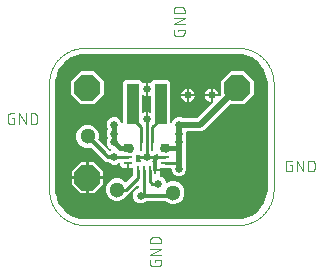
<source format=gtl>
G04 EAGLE Gerber RS-274X export*
G75*
%MOMM*%
%FSLAX35Y35*%
%LPD*%
%INcopper_top*%
%IPPOS*%
%AMOC8*
5,1,8,0,0,1.08239X$1,22.5*%
G01*
%ADD10C,0.010000*%
%ADD11C,0.076200*%
%ADD12R,0.250000X0.800000*%
%ADD13R,0.800000X0.250000*%
%ADD14R,0.250000X1.900000*%
%ADD15R,0.250000X1.550000*%
%ADD16R,0.250000X0.600000*%
%ADD17R,1.000000X3.400000*%
%ADD18P,2.336880X8X22.500000*%
%ADD19C,1.300000*%
%ADD20C,0.650000*%
%ADD21C,0.254000*%
%ADD22C,0.300000*%
%ADD23C,0.250000*%
%ADD24C,0.400000*%
%ADD25C,0.406400*%
%ADD26C,0.500000*%

G36*
X2800219Y2950536D02*
X2800219Y2950536D01*
X2800598Y2950524D01*
X2838436Y2953502D01*
X2838487Y2953514D01*
X2838538Y2953510D01*
X2840193Y2953851D01*
X2912166Y2977237D01*
X2912480Y2977399D01*
X2912822Y2977484D01*
X2914289Y2978319D01*
X2975513Y3022800D01*
X2975762Y3023051D01*
X2976061Y3023238D01*
X2977199Y3024486D01*
X3021681Y3085710D01*
X3021839Y3086025D01*
X3022066Y3086295D01*
X3022763Y3087834D01*
X3046149Y3159807D01*
X3046157Y3159859D01*
X3046180Y3159905D01*
X3046498Y3161563D01*
X3049476Y3199402D01*
X3049458Y3199623D01*
X3049499Y3200000D01*
X3049499Y4100000D01*
X3049463Y4100218D01*
X3049476Y4100598D01*
X3046498Y4138436D01*
X3046486Y4138487D01*
X3046489Y4138538D01*
X3046149Y4140193D01*
X3022763Y4212166D01*
X3022601Y4212480D01*
X3022516Y4212822D01*
X3021681Y4214289D01*
X2977199Y4275513D01*
X2976948Y4275762D01*
X2976762Y4276061D01*
X2975513Y4277199D01*
X2914289Y4321681D01*
X2913974Y4321840D01*
X2913704Y4322066D01*
X2912166Y4322763D01*
X2840193Y4346149D01*
X2840141Y4346157D01*
X2840095Y4346180D01*
X2838436Y4346498D01*
X2800598Y4349476D01*
X2800377Y4349458D01*
X2800000Y4349499D01*
X1499999Y4349499D01*
X1499781Y4349463D01*
X1499402Y4349476D01*
X1461564Y4346498D01*
X1461513Y4346486D01*
X1461461Y4346489D01*
X1459807Y4346149D01*
X1387834Y4322763D01*
X1387520Y4322601D01*
X1387178Y4322516D01*
X1385710Y4321681D01*
X1324486Y4277199D01*
X1324238Y4276948D01*
X1323938Y4276762D01*
X1322800Y4275513D01*
X1278319Y4214289D01*
X1278160Y4213974D01*
X1277933Y4213704D01*
X1277237Y4212166D01*
X1253851Y4140193D01*
X1253843Y4140141D01*
X1253820Y4140095D01*
X1253502Y4138436D01*
X1250524Y4100598D01*
X1250542Y4100377D01*
X1250500Y4100000D01*
X1250500Y3199999D01*
X1250536Y3199781D01*
X1250524Y3199402D01*
X1253502Y3161564D01*
X1253514Y3161513D01*
X1253510Y3161461D01*
X1253851Y3159807D01*
X1277237Y3087834D01*
X1277399Y3087520D01*
X1277484Y3087178D01*
X1278319Y3085710D01*
X1322800Y3024486D01*
X1323051Y3024238D01*
X1323238Y3023938D01*
X1324486Y3022800D01*
X1385710Y2978319D01*
X1386026Y2978160D01*
X1386296Y2977933D01*
X1387834Y2977237D01*
X1459807Y2953851D01*
X1459859Y2953843D01*
X1459905Y2953820D01*
X1461564Y2953502D01*
X1499402Y2950524D01*
X1499623Y2950542D01*
X1500000Y2950500D01*
X2800000Y2950500D01*
X2800219Y2950536D01*
G37*
%LPC*%
G36*
X2231103Y3079999D02*
X2231103Y3079999D01*
X2196187Y3094462D01*
X2187881Y3102768D01*
X2187143Y3103298D01*
X2186453Y3103890D01*
X2186149Y3104013D01*
X2185883Y3104204D01*
X2185014Y3104472D01*
X2184172Y3104812D01*
X2183759Y3104858D01*
X2183531Y3104928D01*
X2183204Y3104920D01*
X2182493Y3104999D01*
X2021544Y3104999D01*
X2020647Y3104853D01*
X2019741Y3104783D01*
X2019439Y3104655D01*
X2019116Y3104602D01*
X2018313Y3104177D01*
X2017476Y3103822D01*
X2017151Y3103563D01*
X2016941Y3103451D01*
X2016715Y3103214D01*
X2016157Y3102768D01*
X2010404Y3097014D01*
X1987432Y3087499D01*
X1962568Y3087499D01*
X1939596Y3097014D01*
X1922014Y3114596D01*
X1912499Y3137568D01*
X1912499Y3162432D01*
X1922014Y3185403D01*
X1939597Y3202986D01*
X1952796Y3208453D01*
X1953788Y3209068D01*
X1954788Y3209664D01*
X1954831Y3209714D01*
X1954887Y3209749D01*
X1955628Y3210644D01*
X1956390Y3211532D01*
X1956415Y3211594D01*
X1956457Y3211644D01*
X1956874Y3212730D01*
X1957312Y3213813D01*
X1957321Y3213892D01*
X1957340Y3213941D01*
X1957348Y3214138D01*
X1957499Y3215492D01*
X1957499Y3229000D01*
X1957384Y3229706D01*
X1957365Y3230422D01*
X1957186Y3230913D01*
X1957102Y3231428D01*
X1956768Y3232061D01*
X1956522Y3232734D01*
X1956195Y3233142D01*
X1955951Y3233604D01*
X1955432Y3234097D01*
X1954985Y3234656D01*
X1954547Y3234938D01*
X1954168Y3235299D01*
X1953517Y3235601D01*
X1952916Y3235988D01*
X1952410Y3236116D01*
X1951936Y3236337D01*
X1951225Y3236416D01*
X1950531Y3236592D01*
X1950009Y3236552D01*
X1949491Y3236609D01*
X1948792Y3236458D01*
X1948077Y3236403D01*
X1947596Y3236199D01*
X1947086Y3236088D01*
X1946471Y3235722D01*
X1945812Y3235442D01*
X1945252Y3234995D01*
X1944972Y3234828D01*
X1944818Y3234648D01*
X1944492Y3234388D01*
X1894732Y3184627D01*
X1867604Y3157499D01*
X1865314Y3157499D01*
X1864162Y3157311D01*
X1863010Y3157143D01*
X1862951Y3157113D01*
X1862886Y3157102D01*
X1861857Y3156558D01*
X1860816Y3156029D01*
X1860769Y3155982D01*
X1860711Y3155951D01*
X1859899Y3155098D01*
X1859090Y3154275D01*
X1859053Y3154207D01*
X1859016Y3154168D01*
X1858931Y3153986D01*
X1858275Y3152796D01*
X1855538Y3146187D01*
X1828813Y3119462D01*
X1793897Y3104999D01*
X1756103Y3104999D01*
X1721187Y3119462D01*
X1694462Y3146187D01*
X1679999Y3181103D01*
X1679999Y3218897D01*
X1694462Y3253813D01*
X1721187Y3280538D01*
X1756103Y3295000D01*
X1793897Y3295000D01*
X1828813Y3280538D01*
X1844235Y3265115D01*
X1844396Y3265000D01*
X1844518Y3264847D01*
X1845126Y3264456D01*
X1845652Y3264004D01*
X1845947Y3263885D01*
X1846234Y3263679D01*
X1846422Y3263621D01*
X1846587Y3263515D01*
X1847323Y3263329D01*
X1847934Y3263082D01*
X1848308Y3263040D01*
X1848585Y3262955D01*
X1848782Y3262960D01*
X1848973Y3262912D01*
X1849262Y3262934D01*
X1849612Y3262895D01*
X1849634Y3262895D01*
X1850264Y3262998D01*
X1851045Y3263018D01*
X1851229Y3263085D01*
X1851426Y3263100D01*
X1851764Y3263243D01*
X1852063Y3263292D01*
X1852652Y3263604D01*
X1853357Y3263861D01*
X1853511Y3263984D01*
X1853692Y3264061D01*
X1854036Y3264336D01*
X1854238Y3264443D01*
X1854454Y3264670D01*
X1855011Y3265115D01*
X1905268Y3315372D01*
X1905798Y3316110D01*
X1906390Y3316800D01*
X1906513Y3317104D01*
X1906704Y3317371D01*
X1906972Y3318239D01*
X1907312Y3319082D01*
X1907358Y3319494D01*
X1907428Y3319722D01*
X1907420Y3320049D01*
X1907499Y3320760D01*
X1907499Y3379480D01*
X1907468Y3379674D01*
X1907489Y3379869D01*
X1907269Y3380885D01*
X1907102Y3381908D01*
X1907010Y3382082D01*
X1906968Y3382274D01*
X1906436Y3383168D01*
X1905951Y3384084D01*
X1905809Y3384219D01*
X1905708Y3384388D01*
X1904920Y3385063D01*
X1904168Y3385779D01*
X1903989Y3385862D01*
X1903840Y3385990D01*
X1902877Y3386379D01*
X1901936Y3386817D01*
X1901741Y3386838D01*
X1901558Y3386912D01*
X1899880Y3387099D01*
X1872621Y3387099D01*
X1872621Y3424680D01*
X1872589Y3424874D01*
X1872611Y3425069D01*
X1872391Y3426085D01*
X1872223Y3427108D01*
X1872131Y3427282D01*
X1872090Y3427474D01*
X1871558Y3428367D01*
X1871073Y3429284D01*
X1870930Y3429419D01*
X1870829Y3429588D01*
X1870042Y3430263D01*
X1869289Y3430979D01*
X1869111Y3431062D01*
X1868961Y3431190D01*
X1867997Y3431579D01*
X1867058Y3432017D01*
X1866863Y3432038D01*
X1866680Y3432112D01*
X1865001Y3432299D01*
X1864998Y3432299D01*
X1864805Y3432268D01*
X1864612Y3432289D01*
X1864611Y3432289D01*
X1864609Y3432289D01*
X1863593Y3432069D01*
X1862570Y3431902D01*
X1862396Y3431810D01*
X1862204Y3431768D01*
X1861312Y3431236D01*
X1860394Y3430751D01*
X1860259Y3430609D01*
X1860090Y3430508D01*
X1859415Y3429721D01*
X1858699Y3428968D01*
X1858617Y3428789D01*
X1858488Y3428640D01*
X1858099Y3427676D01*
X1857662Y3426736D01*
X1857640Y3426541D01*
X1857566Y3426358D01*
X1857379Y3424680D01*
X1857379Y3387099D01*
X1821656Y3387099D01*
X1815196Y3388830D01*
X1809403Y3392175D01*
X1804675Y3396903D01*
X1801330Y3402696D01*
X1799599Y3409156D01*
X1799599Y3417816D01*
X1799484Y3418523D01*
X1799465Y3419238D01*
X1799286Y3419729D01*
X1799202Y3420244D01*
X1798868Y3420876D01*
X1798622Y3421550D01*
X1798295Y3421958D01*
X1798051Y3422419D01*
X1797532Y3422913D01*
X1797085Y3423472D01*
X1796647Y3423754D01*
X1796268Y3424114D01*
X1795618Y3424417D01*
X1795016Y3424804D01*
X1794509Y3424932D01*
X1794036Y3425152D01*
X1793325Y3425232D01*
X1792630Y3425407D01*
X1792109Y3425367D01*
X1791591Y3425425D01*
X1790891Y3425273D01*
X1790177Y3425218D01*
X1789696Y3425015D01*
X1789186Y3424904D01*
X1788570Y3424537D01*
X1787911Y3424258D01*
X1787353Y3423811D01*
X1787072Y3423644D01*
X1786917Y3423463D01*
X1786592Y3423203D01*
X1785404Y3422014D01*
X1762432Y3412499D01*
X1737568Y3412499D01*
X1714596Y3422014D01*
X1708843Y3427768D01*
X1708105Y3428298D01*
X1707415Y3428890D01*
X1707111Y3429013D01*
X1706844Y3429204D01*
X1705976Y3429472D01*
X1705133Y3429812D01*
X1704721Y3429858D01*
X1704493Y3429928D01*
X1704166Y3429920D01*
X1703455Y3429999D01*
X1681360Y3429999D01*
X1556309Y3555050D01*
X1555358Y3555734D01*
X1554428Y3556427D01*
X1554365Y3556448D01*
X1554311Y3556486D01*
X1553190Y3556832D01*
X1552089Y3557192D01*
X1552023Y3557191D01*
X1551959Y3557211D01*
X1550793Y3557181D01*
X1549628Y3557171D01*
X1549552Y3557149D01*
X1549499Y3557148D01*
X1549317Y3557081D01*
X1548006Y3556702D01*
X1543897Y3554999D01*
X1506103Y3554999D01*
X1471187Y3569462D01*
X1444462Y3596187D01*
X1429999Y3631103D01*
X1429999Y3668897D01*
X1444462Y3703813D01*
X1471187Y3730538D01*
X1506103Y3745000D01*
X1543897Y3745000D01*
X1578813Y3730538D01*
X1605538Y3703813D01*
X1620000Y3668897D01*
X1620000Y3631103D01*
X1618298Y3626994D01*
X1618031Y3625855D01*
X1617746Y3624729D01*
X1617751Y3624663D01*
X1617736Y3624598D01*
X1617845Y3623444D01*
X1617934Y3622275D01*
X1617960Y3622214D01*
X1617967Y3622148D01*
X1618441Y3621082D01*
X1618895Y3620010D01*
X1618944Y3619948D01*
X1618966Y3619900D01*
X1619099Y3619754D01*
X1619950Y3618690D01*
X1708209Y3530431D01*
X1709158Y3529749D01*
X1710090Y3529054D01*
X1710154Y3529033D01*
X1710208Y3528994D01*
X1711323Y3528651D01*
X1712429Y3528289D01*
X1712495Y3528290D01*
X1712559Y3528270D01*
X1713725Y3528300D01*
X1714890Y3528310D01*
X1714966Y3528332D01*
X1715019Y3528333D01*
X1715203Y3528400D01*
X1716513Y3528779D01*
X1720572Y3530460D01*
X1721181Y3530838D01*
X1721835Y3531128D01*
X1722219Y3531481D01*
X1722663Y3531757D01*
X1723121Y3532309D01*
X1723648Y3532793D01*
X1723899Y3533249D01*
X1724233Y3533652D01*
X1724491Y3534322D01*
X1724835Y3534948D01*
X1724928Y3535460D01*
X1725116Y3535949D01*
X1725147Y3536666D01*
X1725274Y3537369D01*
X1725199Y3537885D01*
X1725221Y3538407D01*
X1725022Y3539095D01*
X1724919Y3539804D01*
X1724683Y3540269D01*
X1724538Y3540771D01*
X1724129Y3541360D01*
X1723806Y3541998D01*
X1723433Y3542364D01*
X1723136Y3542794D01*
X1722562Y3543222D01*
X1722051Y3543724D01*
X1721425Y3544069D01*
X1721163Y3544264D01*
X1720936Y3544338D01*
X1720572Y3544539D01*
X1714596Y3547014D01*
X1697014Y3564596D01*
X1687499Y3587568D01*
X1687499Y3612432D01*
X1696675Y3634584D01*
X1696883Y3635469D01*
X1697165Y3636333D01*
X1697162Y3636660D01*
X1697237Y3636980D01*
X1697152Y3637885D01*
X1697144Y3638793D01*
X1697029Y3639193D01*
X1697007Y3639429D01*
X1696874Y3639728D01*
X1696675Y3640416D01*
X1687499Y3662568D01*
X1687499Y3687432D01*
X1696675Y3709584D01*
X1696776Y3710016D01*
X1696947Y3710382D01*
X1696994Y3710811D01*
X1697165Y3711333D01*
X1697162Y3711660D01*
X1697237Y3711980D01*
X1697186Y3712526D01*
X1697219Y3712827D01*
X1697150Y3713148D01*
X1697144Y3713793D01*
X1697029Y3714193D01*
X1697007Y3714429D01*
X1696874Y3714728D01*
X1696675Y3715416D01*
X1687499Y3737568D01*
X1687499Y3762432D01*
X1697014Y3785403D01*
X1714596Y3802985D01*
X1737568Y3812500D01*
X1762432Y3812500D01*
X1785403Y3802985D01*
X1802986Y3785403D01*
X1811841Y3764025D01*
X1812353Y3763198D01*
X1812809Y3762337D01*
X1812999Y3762155D01*
X1813137Y3761933D01*
X1813885Y3761314D01*
X1814593Y3760642D01*
X1814831Y3760531D01*
X1815033Y3760364D01*
X1815941Y3760014D01*
X1816824Y3759604D01*
X1817084Y3759575D01*
X1817329Y3759480D01*
X1818303Y3759439D01*
X1819269Y3759331D01*
X1819526Y3759387D01*
X1819788Y3759375D01*
X1820723Y3759646D01*
X1821674Y3759852D01*
X1821900Y3759986D01*
X1822152Y3760059D01*
X1822952Y3760614D01*
X1823788Y3761112D01*
X1823959Y3761312D01*
X1824174Y3761461D01*
X1824755Y3762240D01*
X1825390Y3762980D01*
X1825488Y3763224D01*
X1825645Y3763434D01*
X1825947Y3764359D01*
X1826312Y3765262D01*
X1826348Y3765586D01*
X1826409Y3765773D01*
X1826407Y3766108D01*
X1826499Y3766940D01*
X1826499Y4107426D01*
X1844073Y4125000D01*
X1968926Y4125000D01*
X1986561Y4107366D01*
X1986555Y4107219D01*
X1986772Y4106468D01*
X1986898Y4105698D01*
X1987111Y4105295D01*
X1987238Y4104855D01*
X1987684Y4104213D01*
X1988048Y4103523D01*
X1988380Y4103208D01*
X1988640Y4102833D01*
X1989265Y4102367D01*
X1989832Y4101828D01*
X1990247Y4101635D01*
X1990613Y4101362D01*
X1991356Y4101120D01*
X1992063Y4100790D01*
X1992518Y4100740D01*
X1992953Y4100598D01*
X1993733Y4100604D01*
X1994509Y4100518D01*
X1994956Y4100614D01*
X1995413Y4100618D01*
X1996723Y4100997D01*
X1996914Y4101038D01*
X1996959Y4101065D01*
X1997036Y4101088D01*
X2008110Y4105675D01*
X2016250Y4107294D01*
X2016250Y4051132D01*
X2016282Y4050938D01*
X2016260Y4050743D01*
X2016392Y4050136D01*
X2016250Y4048868D01*
X2016250Y3992706D01*
X2008110Y3994325D01*
X1997036Y3998912D01*
X1996590Y3999017D01*
X1996176Y3999209D01*
X1995401Y3999296D01*
X1994640Y3999474D01*
X1994185Y3999432D01*
X1993730Y3999482D01*
X1992967Y3999317D01*
X1992190Y3999244D01*
X1991772Y3999058D01*
X1991325Y3998961D01*
X1990655Y3998562D01*
X1989941Y3998244D01*
X1989604Y3997935D01*
X1989212Y3997701D01*
X1988704Y3997109D01*
X1988128Y3996580D01*
X1987908Y3996180D01*
X1987610Y3995833D01*
X1987317Y3995108D01*
X1986941Y3994425D01*
X1986859Y3993976D01*
X1986688Y3993551D01*
X1986536Y3992195D01*
X1986502Y3992004D01*
X1986509Y3991952D01*
X1986500Y3991873D01*
X1986500Y3858127D01*
X1986574Y3857676D01*
X1986555Y3857219D01*
X1986772Y3856468D01*
X1986898Y3855698D01*
X1987111Y3855295D01*
X1987238Y3854855D01*
X1987684Y3854213D01*
X1988048Y3853523D01*
X1988380Y3853208D01*
X1988640Y3852833D01*
X1989265Y3852367D01*
X1989832Y3851828D01*
X1990247Y3851635D01*
X1990613Y3851362D01*
X1991356Y3851120D01*
X1992063Y3850790D01*
X1992518Y3850740D01*
X1992953Y3850598D01*
X1993733Y3850604D01*
X1994509Y3850518D01*
X1994956Y3850614D01*
X1995413Y3850618D01*
X1996723Y3850997D01*
X1996914Y3851038D01*
X1996959Y3851065D01*
X1997036Y3851088D01*
X2008110Y3855675D01*
X2016250Y3857294D01*
X2016250Y3801132D01*
X2016282Y3800938D01*
X2016260Y3800743D01*
X2016480Y3799727D01*
X2016648Y3798703D01*
X2016739Y3798530D01*
X2016781Y3798338D01*
X2017313Y3797445D01*
X2017798Y3796528D01*
X2017941Y3796393D01*
X2018041Y3796224D01*
X2018828Y3795549D01*
X2019582Y3794833D01*
X2019760Y3794750D01*
X2019909Y3794622D01*
X2020873Y3794233D01*
X2021813Y3793795D01*
X2022008Y3793773D01*
X2022191Y3793700D01*
X2023869Y3793513D01*
X2026130Y3793513D01*
X2026324Y3793544D01*
X2026519Y3793523D01*
X2027535Y3793743D01*
X2028558Y3793910D01*
X2028732Y3794002D01*
X2028924Y3794043D01*
X2029817Y3794576D01*
X2030734Y3795061D01*
X2030869Y3795203D01*
X2031038Y3795304D01*
X2031713Y3796091D01*
X2032429Y3796844D01*
X2032512Y3797023D01*
X2032640Y3797172D01*
X2033029Y3798136D01*
X2033467Y3799076D01*
X2033488Y3799271D01*
X2033562Y3799453D01*
X2033749Y3801132D01*
X2033749Y3857294D01*
X2041890Y3855675D01*
X2052964Y3851088D01*
X2053409Y3850983D01*
X2053824Y3850791D01*
X2054600Y3850704D01*
X2055360Y3850526D01*
X2055815Y3850568D01*
X2056269Y3850518D01*
X2057032Y3850683D01*
X2057810Y3850756D01*
X2058228Y3850942D01*
X2058674Y3851039D01*
X2059345Y3851439D01*
X2060058Y3851756D01*
X2060395Y3852065D01*
X2060788Y3852299D01*
X2061297Y3852893D01*
X2061871Y3853420D01*
X2062092Y3853819D01*
X2062390Y3854167D01*
X2062683Y3854892D01*
X2063059Y3855575D01*
X2063141Y3856025D01*
X2063312Y3856449D01*
X2063463Y3857805D01*
X2063498Y3857996D01*
X2063491Y3858048D01*
X2063499Y3858127D01*
X2063499Y3991873D01*
X2063426Y3992324D01*
X2063445Y3992781D01*
X2063228Y3993532D01*
X2063102Y3994301D01*
X2062888Y3994704D01*
X2062761Y3995145D01*
X2062316Y3995787D01*
X2061951Y3996477D01*
X2061620Y3996792D01*
X2061359Y3997167D01*
X2060734Y3997633D01*
X2060168Y3998172D01*
X2059753Y3998365D01*
X2059386Y3998638D01*
X2058644Y3998880D01*
X2057936Y3999209D01*
X2057482Y3999260D01*
X2057047Y3999402D01*
X2056267Y3999396D01*
X2055491Y3999482D01*
X2055044Y3999385D01*
X2054587Y3999382D01*
X2053277Y3999003D01*
X2053086Y3998961D01*
X2053040Y3998934D01*
X2052964Y3998912D01*
X2041889Y3994325D01*
X2033749Y3992706D01*
X2033749Y4048868D01*
X2033718Y4049062D01*
X2033739Y4049257D01*
X2033608Y4049864D01*
X2033749Y4051132D01*
X2033749Y4107294D01*
X2041889Y4105675D01*
X2052964Y4101088D01*
X2053410Y4100983D01*
X2053824Y4100790D01*
X2054599Y4100704D01*
X2055360Y4100525D01*
X2055815Y4100568D01*
X2056269Y4100518D01*
X2057033Y4100683D01*
X2057810Y4100756D01*
X2058228Y4100942D01*
X2058674Y4101038D01*
X2059344Y4101438D01*
X2060058Y4101755D01*
X2060396Y4102065D01*
X2060788Y4102299D01*
X2061296Y4102891D01*
X2061871Y4103419D01*
X2062092Y4103819D01*
X2062390Y4104167D01*
X2062683Y4104892D01*
X2063059Y4105575D01*
X2063141Y4106024D01*
X2063312Y4106448D01*
X2063412Y4107338D01*
X2081073Y4125000D01*
X2205926Y4125000D01*
X2223500Y4107426D01*
X2223500Y3766940D01*
X2223658Y3765980D01*
X2223749Y3765010D01*
X2223856Y3764770D01*
X2223898Y3764512D01*
X2224352Y3763652D01*
X2224748Y3762761D01*
X2224926Y3762568D01*
X2225048Y3762336D01*
X2225755Y3761664D01*
X2226413Y3760949D01*
X2226641Y3760823D01*
X2226832Y3760641D01*
X2227715Y3760231D01*
X2228568Y3759761D01*
X2228826Y3759714D01*
X2229063Y3759603D01*
X2230030Y3759496D01*
X2230989Y3759322D01*
X2231248Y3759360D01*
X2231509Y3759331D01*
X2232462Y3759537D01*
X2233424Y3759678D01*
X2233657Y3759796D01*
X2233914Y3759852D01*
X2234751Y3760351D01*
X2235618Y3760791D01*
X2235802Y3760978D01*
X2236028Y3761112D01*
X2236662Y3761851D01*
X2237344Y3762545D01*
X2237501Y3762830D01*
X2237629Y3762980D01*
X2237756Y3763293D01*
X2238159Y3764024D01*
X2247014Y3785403D01*
X2264596Y3802985D01*
X2287568Y3812500D01*
X2312432Y3812500D01*
X2329138Y3805580D01*
X2329772Y3805432D01*
X2330376Y3805188D01*
X2331208Y3805095D01*
X2331534Y3805018D01*
X2331730Y3805037D01*
X2332054Y3805000D01*
X2454062Y3805000D01*
X2454957Y3805147D01*
X2455864Y3805217D01*
X2456167Y3805345D01*
X2456490Y3805398D01*
X2457293Y3805822D01*
X2458130Y3806178D01*
X2458455Y3806437D01*
X2458665Y3806548D01*
X2458890Y3806785D01*
X2459449Y3807232D01*
X2581518Y3929300D01*
X2582048Y3930038D01*
X2582640Y3930728D01*
X2582763Y3931032D01*
X2582954Y3931298D01*
X2583222Y3932167D01*
X2583562Y3933009D01*
X2583608Y3933422D01*
X2583678Y3933650D01*
X2583670Y3933977D01*
X2583749Y3934688D01*
X2583749Y3991250D01*
X2640312Y3991250D01*
X2641209Y3991397D01*
X2642115Y3991467D01*
X2642417Y3991595D01*
X2642740Y3991648D01*
X2643543Y3992072D01*
X2644380Y3992427D01*
X2644705Y3992687D01*
X2644915Y3992798D01*
X2645141Y3993035D01*
X2645699Y3993482D01*
X2653818Y4001601D01*
X2654348Y4002338D01*
X2654940Y4003028D01*
X2655063Y4003333D01*
X2655254Y4003599D01*
X2655522Y4004467D01*
X2655862Y4005310D01*
X2655908Y4005723D01*
X2655978Y4005951D01*
X2655970Y4006277D01*
X2656049Y4006988D01*
X2656049Y4121141D01*
X2736859Y4201950D01*
X2851141Y4201950D01*
X2931950Y4121141D01*
X2931950Y4006859D01*
X2851141Y3926049D01*
X2736988Y3926049D01*
X2736093Y3925903D01*
X2735185Y3925833D01*
X2734883Y3925705D01*
X2734560Y3925652D01*
X2733757Y3925228D01*
X2732920Y3924872D01*
X2732595Y3924613D01*
X2732384Y3924501D01*
X2732160Y3924265D01*
X2732126Y3924238D01*
X2732115Y3924232D01*
X2732104Y3924221D01*
X2731600Y3923818D01*
X2511155Y3703372D01*
X2490941Y3694999D01*
X2370120Y3694999D01*
X2369926Y3694968D01*
X2369730Y3694989D01*
X2368715Y3694769D01*
X2367691Y3694602D01*
X2367518Y3694510D01*
X2367325Y3694468D01*
X2366433Y3693936D01*
X2365516Y3693451D01*
X2365380Y3693309D01*
X2365212Y3693208D01*
X2364537Y3692421D01*
X2363821Y3691668D01*
X2363738Y3691489D01*
X2363610Y3691340D01*
X2363220Y3690376D01*
X2362783Y3689436D01*
X2362761Y3689241D01*
X2362688Y3689058D01*
X2362500Y3687380D01*
X2362500Y3662568D01*
X2355580Y3645861D01*
X2355432Y3645228D01*
X2355188Y3644624D01*
X2355095Y3643792D01*
X2355018Y3643465D01*
X2355037Y3643270D01*
X2355000Y3642945D01*
X2355000Y3632055D01*
X2355106Y3631412D01*
X2355111Y3630761D01*
X2355344Y3629957D01*
X2355398Y3629626D01*
X2355489Y3629453D01*
X2355580Y3629139D01*
X2362500Y3612433D01*
X2362500Y3587567D01*
X2355580Y3570861D01*
X2355432Y3570228D01*
X2355188Y3569623D01*
X2355095Y3568791D01*
X2355018Y3568465D01*
X2355037Y3568270D01*
X2355000Y3567945D01*
X2355000Y3407055D01*
X2355106Y3406412D01*
X2355111Y3405761D01*
X2355344Y3404957D01*
X2355398Y3404626D01*
X2355489Y3404453D01*
X2355580Y3404139D01*
X2362500Y3387433D01*
X2362500Y3362568D01*
X2352985Y3339596D01*
X2335403Y3322014D01*
X2312432Y3312499D01*
X2287568Y3312499D01*
X2264596Y3322014D01*
X2247014Y3339596D01*
X2237499Y3362568D01*
X2237499Y3374880D01*
X2237468Y3375074D01*
X2237489Y3375269D01*
X2237269Y3376285D01*
X2237102Y3377308D01*
X2237010Y3377482D01*
X2236968Y3377674D01*
X2236436Y3378567D01*
X2235951Y3379484D01*
X2235809Y3379619D01*
X2235708Y3379788D01*
X2234921Y3380463D01*
X2234168Y3381179D01*
X2233989Y3381262D01*
X2233840Y3381390D01*
X2232876Y3381779D01*
X2231936Y3382217D01*
X2231741Y3382238D01*
X2231558Y3382312D01*
X2229880Y3382499D01*
X2145520Y3382499D01*
X2145326Y3382468D01*
X2145130Y3382489D01*
X2144115Y3382269D01*
X2143091Y3382102D01*
X2142918Y3382010D01*
X2142725Y3381968D01*
X2141833Y3381436D01*
X2140916Y3380951D01*
X2140780Y3380809D01*
X2140612Y3380708D01*
X2139937Y3379921D01*
X2139221Y3379168D01*
X2139138Y3378989D01*
X2139010Y3378840D01*
X2138620Y3377876D01*
X2138183Y3376936D01*
X2138161Y3376741D01*
X2138088Y3376558D01*
X2137900Y3374880D01*
X2137900Y3372621D01*
X2100320Y3372621D01*
X2100126Y3372589D01*
X2099930Y3372611D01*
X2098915Y3372391D01*
X2097891Y3372223D01*
X2097718Y3372131D01*
X2097525Y3372090D01*
X2096633Y3371558D01*
X2095716Y3371073D01*
X2095580Y3370930D01*
X2095412Y3370829D01*
X2094737Y3370042D01*
X2094021Y3369289D01*
X2093938Y3369111D01*
X2093810Y3368961D01*
X2093420Y3367997D01*
X2092983Y3367058D01*
X2092961Y3366863D01*
X2092888Y3366680D01*
X2092700Y3365001D01*
X2092700Y3364998D01*
X2092732Y3364805D01*
X2092710Y3364612D01*
X2092711Y3364611D01*
X2092710Y3364609D01*
X2092930Y3363593D01*
X2093098Y3362570D01*
X2093190Y3362396D01*
X2093231Y3362204D01*
X2093763Y3361312D01*
X2094248Y3360394D01*
X2094391Y3360259D01*
X2094492Y3360090D01*
X2095279Y3359415D01*
X2096032Y3358699D01*
X2096210Y3358617D01*
X2096360Y3358488D01*
X2097324Y3358099D01*
X2098263Y3357662D01*
X2098458Y3357640D01*
X2098641Y3357566D01*
X2100320Y3357379D01*
X2137900Y3357379D01*
X2137900Y3321656D01*
X2137375Y3319695D01*
X2137282Y3318769D01*
X2137116Y3317853D01*
X2137160Y3317551D01*
X2137130Y3317247D01*
X2137338Y3316338D01*
X2137472Y3315418D01*
X2137610Y3315147D01*
X2137678Y3314848D01*
X2138165Y3314052D01*
X2138585Y3313224D01*
X2138803Y3313010D01*
X2138963Y3312748D01*
X2139677Y3312150D01*
X2140339Y3311498D01*
X2140676Y3311313D01*
X2140849Y3311168D01*
X2141159Y3311047D01*
X2141819Y3310683D01*
X2160403Y3302986D01*
X2177985Y3285403D01*
X2187683Y3261991D01*
X2187772Y3261684D01*
X2187898Y3260914D01*
X2188111Y3260511D01*
X2188238Y3260071D01*
X2188684Y3259428D01*
X2189048Y3258739D01*
X2189380Y3258424D01*
X2189640Y3258048D01*
X2190265Y3257582D01*
X2190832Y3257044D01*
X2191247Y3256851D01*
X2191613Y3256578D01*
X2192356Y3256335D01*
X2193063Y3256006D01*
X2193518Y3255955D01*
X2193953Y3255813D01*
X2194733Y3255820D01*
X2195509Y3255733D01*
X2195956Y3255830D01*
X2196413Y3255834D01*
X2197723Y3256213D01*
X2197914Y3256254D01*
X2197959Y3256281D01*
X2198036Y3256303D01*
X2231103Y3270000D01*
X2268897Y3270000D01*
X2303813Y3255538D01*
X2330538Y3228813D01*
X2345000Y3193897D01*
X2345000Y3156103D01*
X2330538Y3121187D01*
X2303813Y3094462D01*
X2268897Y3079999D01*
X2231103Y3079999D01*
G37*
%LPD*%
%LPC*%
G36*
X1466859Y3926049D02*
X1466859Y3926049D01*
X1386049Y4006859D01*
X1386049Y4121141D01*
X1466859Y4201950D01*
X1581141Y4201950D01*
X1661950Y4121141D01*
X1661950Y4006859D01*
X1581141Y3926049D01*
X1466859Y3926049D01*
G37*
%LPD*%
%LPC*%
G36*
X1539239Y3317239D02*
X1539239Y3317239D01*
X1539239Y3435350D01*
X1579235Y3435350D01*
X1657350Y3357235D01*
X1657350Y3317239D01*
X1539239Y3317239D01*
G37*
%LPD*%
%LPC*%
G36*
X1390649Y3317239D02*
X1390649Y3317239D01*
X1390649Y3357235D01*
X1468765Y3435350D01*
X1508761Y3435350D01*
X1508761Y3317239D01*
X1390649Y3317239D01*
G37*
%LPD*%
%LPC*%
G36*
X1539239Y3168649D02*
X1539239Y3168649D01*
X1539239Y3286761D01*
X1657350Y3286761D01*
X1657350Y3246765D01*
X1579235Y3168649D01*
X1539239Y3168649D01*
G37*
%LPD*%
%LPC*%
G36*
X1468765Y3168649D02*
X1468765Y3168649D01*
X1390649Y3246765D01*
X1390649Y3286761D01*
X1508761Y3286761D01*
X1508761Y3168649D01*
X1468765Y3168649D01*
G37*
%LPD*%
G36*
X2100724Y3413163D02*
X2100724Y3413163D01*
X2101066Y3413156D01*
X2101922Y3413423D01*
X2102796Y3413612D01*
X2103089Y3413787D01*
X2103415Y3413889D01*
X2104141Y3414414D01*
X2104909Y3414873D01*
X2105131Y3415132D01*
X2105408Y3415332D01*
X2105928Y3416060D01*
X2106511Y3416741D01*
X2106639Y3417058D01*
X2106837Y3417335D01*
X2107098Y3418191D01*
X2107433Y3419022D01*
X2107482Y3419455D01*
X2107553Y3419690D01*
X2107544Y3420012D01*
X2107621Y3420701D01*
X2107621Y3430427D01*
X2107769Y3430410D01*
X2108785Y3430630D01*
X2109808Y3430798D01*
X2109982Y3430890D01*
X2110174Y3430931D01*
X2111067Y3431463D01*
X2111984Y3431948D01*
X2112119Y3432091D01*
X2112288Y3432192D01*
X2112963Y3432979D01*
X2113679Y3433732D01*
X2113762Y3433910D01*
X2113890Y3434060D01*
X2114279Y3435024D01*
X2114717Y3435963D01*
X2114738Y3436158D01*
X2114812Y3436341D01*
X2114999Y3438020D01*
X2114999Y3449926D01*
X2117467Y3452394D01*
X2117860Y3452941D01*
X2118329Y3453424D01*
X2118573Y3453933D01*
X2118903Y3454393D01*
X2119102Y3455036D01*
X2119393Y3455643D01*
X2119462Y3456204D01*
X2119628Y3456744D01*
X2119611Y3457417D01*
X2119693Y3458085D01*
X2119599Y3458699D01*
X2119599Y3467379D01*
X2129296Y3467379D01*
X2129854Y3467470D01*
X2130421Y3467462D01*
X2130572Y3467511D01*
X2130720Y3467514D01*
X2131204Y3467691D01*
X2131724Y3467776D01*
X2132224Y3468041D01*
X2132764Y3468214D01*
X2132921Y3468318D01*
X2133031Y3468358D01*
X2133266Y3468546D01*
X2133619Y3468778D01*
X2133899Y3468927D01*
X2133993Y3469026D01*
X2134173Y3469145D01*
X2134175Y3469146D01*
X2134531Y3469556D01*
X2134953Y3469894D01*
X2135237Y3470334D01*
X2135594Y3470711D01*
X2135668Y3470870D01*
X2135787Y3471006D01*
X2135993Y3471508D01*
X2136286Y3471963D01*
X2136415Y3472475D01*
X2136632Y3472942D01*
X2136651Y3473113D01*
X2136721Y3473283D01*
X2136756Y3473824D01*
X2136889Y3474349D01*
X2136848Y3474880D01*
X2136905Y3475391D01*
X2136869Y3475558D01*
X2136881Y3475738D01*
X2136742Y3476262D01*
X2136701Y3476803D01*
X2136494Y3477290D01*
X2136384Y3477796D01*
X2136296Y3477944D01*
X2136250Y3478117D01*
X2135951Y3478569D01*
X2135740Y3479068D01*
X2135290Y3479631D01*
X2135124Y3479909D01*
X2134992Y3480023D01*
X2134894Y3480170D01*
X2134801Y3480243D01*
X2134685Y3480388D01*
X2134684Y3480389D01*
X2133946Y3480919D01*
X2133256Y3481511D01*
X2133091Y3481578D01*
X2132954Y3481684D01*
X2132812Y3481734D01*
X2132685Y3481825D01*
X2131817Y3482093D01*
X2130974Y3482433D01*
X2130757Y3482458D01*
X2130633Y3482501D01*
X2130484Y3482503D01*
X2130334Y3482550D01*
X2130007Y3482541D01*
X2129296Y3482621D01*
X2119599Y3482621D01*
X2119599Y3491282D01*
X2119671Y3491563D01*
X2119628Y3492128D01*
X2119684Y3492693D01*
X2119534Y3493349D01*
X2119483Y3494017D01*
X2119263Y3494538D01*
X2119136Y3495092D01*
X2118785Y3495666D01*
X2118523Y3496283D01*
X2118026Y3496907D01*
X2117852Y3497191D01*
X2117691Y3497326D01*
X2117470Y3497603D01*
X2117140Y3497933D01*
X2116979Y3498049D01*
X2116855Y3498203D01*
X2115986Y3498763D01*
X2115143Y3499370D01*
X2114953Y3499428D01*
X2114786Y3499536D01*
X2113781Y3499790D01*
X2112791Y3500095D01*
X2112593Y3500090D01*
X2112401Y3500139D01*
X2111367Y3500060D01*
X2110331Y3500034D01*
X2110145Y3499966D01*
X2109947Y3499951D01*
X2108993Y3499546D01*
X2108019Y3499191D01*
X2107864Y3499067D01*
X2107682Y3498990D01*
X2106362Y3497935D01*
X2099926Y3491499D01*
X2090037Y3491499D01*
X2089109Y3491348D01*
X2088170Y3491267D01*
X2087899Y3491149D01*
X2087608Y3491102D01*
X2086777Y3490662D01*
X2085913Y3490287D01*
X2085694Y3490089D01*
X2085433Y3489951D01*
X2084784Y3489269D01*
X2084086Y3488638D01*
X2083941Y3488382D01*
X2083738Y3488168D01*
X2083341Y3487314D01*
X2082880Y3486493D01*
X2082824Y3486203D01*
X2082700Y3485936D01*
X2082596Y3485003D01*
X2082420Y3484076D01*
X2082448Y3483749D01*
X2068906Y3483749D01*
X2068477Y3483679D01*
X2068042Y3483700D01*
X2067268Y3483481D01*
X2066478Y3483352D01*
X2066093Y3483149D01*
X2065674Y3483030D01*
X2065011Y3482576D01*
X2064302Y3482201D01*
X2064003Y3481886D01*
X2063643Y3481640D01*
X2063160Y3480999D01*
X2062607Y3480418D01*
X2062423Y3480023D01*
X2062162Y3479676D01*
X2061630Y3478316D01*
X2061569Y3478186D01*
X2061566Y3478152D01*
X2061546Y3478103D01*
X2060940Y3475842D01*
X2060822Y3474654D01*
X2060691Y3473480D01*
X2060700Y3473437D01*
X2060696Y3473393D01*
X2060960Y3472235D01*
X2061212Y3471075D01*
X2061234Y3471038D01*
X2061244Y3470994D01*
X2061869Y3469972D01*
X2062472Y3468962D01*
X2062505Y3468933D01*
X2062528Y3468895D01*
X2063436Y3468134D01*
X2064340Y3467360D01*
X2064381Y3467343D01*
X2064414Y3467315D01*
X2065519Y3466883D01*
X2066622Y3466437D01*
X2066673Y3466432D01*
X2066706Y3466418D01*
X2066854Y3466411D01*
X2068300Y3466250D01*
X2082294Y3466250D01*
X2080675Y3458110D01*
X2076310Y3447573D01*
X2074194Y3444406D01*
X2073911Y3443784D01*
X2073541Y3443209D01*
X2073405Y3442671D01*
X2073175Y3442166D01*
X2073105Y3441485D01*
X2072938Y3440823D01*
X2072980Y3440271D01*
X2072923Y3439718D01*
X2073074Y3439050D01*
X2073126Y3438369D01*
X2073343Y3437859D01*
X2073465Y3437318D01*
X2073820Y3436733D01*
X2074087Y3436104D01*
X2074570Y3435500D01*
X2074743Y3435215D01*
X2074910Y3435075D01*
X2075142Y3434785D01*
X2077395Y3432532D01*
X2077941Y3432140D01*
X2078424Y3431670D01*
X2078934Y3431426D01*
X2079393Y3431096D01*
X2080035Y3430898D01*
X2080643Y3430607D01*
X2081205Y3430538D01*
X2081745Y3430372D01*
X2082417Y3430389D01*
X2083085Y3430307D01*
X2083699Y3430400D01*
X2092379Y3430400D01*
X2092379Y3420704D01*
X2092497Y3419984D01*
X2092518Y3419255D01*
X2092694Y3418778D01*
X2092776Y3418276D01*
X2093117Y3417632D01*
X2093370Y3416947D01*
X2093776Y3416386D01*
X2093927Y3416100D01*
X2093929Y3416098D01*
X2093930Y3416097D01*
X2094107Y3415929D01*
X2094360Y3415579D01*
X2094363Y3415575D01*
X2095064Y3415020D01*
X2095714Y3414402D01*
X2096024Y3414258D01*
X2096291Y3414046D01*
X2097133Y3413742D01*
X2097945Y3413364D01*
X2098284Y3413326D01*
X2098606Y3413210D01*
X2099501Y3413191D01*
X2100391Y3413091D01*
X2100724Y3413163D01*
G37*
G36*
X1969019Y3435194D02*
X1969019Y3435194D01*
X1970203Y3435378D01*
X1970232Y3435393D01*
X1970264Y3435398D01*
X1971323Y3435958D01*
X1972388Y3436510D01*
X1972411Y3436533D01*
X1972439Y3436548D01*
X1973267Y3437420D01*
X1974098Y3438279D01*
X1974112Y3438308D01*
X1974134Y3438332D01*
X1974639Y3439418D01*
X1975155Y3440502D01*
X1975159Y3440534D01*
X1975172Y3440563D01*
X1975303Y3441740D01*
X1975448Y3442945D01*
X1975442Y3442977D01*
X1975445Y3443009D01*
X1975193Y3444171D01*
X1974948Y3445354D01*
X1974930Y3445389D01*
X1974924Y3445414D01*
X1974866Y3445512D01*
X1974170Y3446854D01*
X1973689Y3447574D01*
X1969325Y3458110D01*
X1967706Y3466250D01*
X1981700Y3466250D01*
X1982875Y3466442D01*
X1984046Y3466620D01*
X1984085Y3466640D01*
X1984128Y3466648D01*
X1985178Y3467203D01*
X1986234Y3467746D01*
X1986264Y3467778D01*
X1986303Y3467798D01*
X1987131Y3468669D01*
X1987949Y3469511D01*
X1987968Y3469550D01*
X1987998Y3469582D01*
X1988503Y3470668D01*
X1989013Y3471730D01*
X1989018Y3471774D01*
X1989036Y3471813D01*
X1989167Y3472984D01*
X1989313Y3474172D01*
X1989305Y3474224D01*
X1989309Y3474259D01*
X1989279Y3474399D01*
X1989059Y3475842D01*
X1988453Y3478103D01*
X1988274Y3478500D01*
X1988182Y3478924D01*
X1987771Y3479613D01*
X1987441Y3480346D01*
X1987145Y3480664D01*
X1986922Y3481038D01*
X1986312Y3481561D01*
X1985766Y3482148D01*
X1985385Y3482356D01*
X1985054Y3482640D01*
X1984309Y3482941D01*
X1983604Y3483324D01*
X1983175Y3483399D01*
X1982772Y3483562D01*
X1981322Y3483724D01*
X1981180Y3483749D01*
X1981146Y3483743D01*
X1981094Y3483749D01*
X1967514Y3483749D01*
X1967572Y3484269D01*
X1967510Y3484557D01*
X1967520Y3484853D01*
X1967250Y3485756D01*
X1967051Y3486674D01*
X1966900Y3486928D01*
X1966816Y3487211D01*
X1966273Y3487980D01*
X1965791Y3488788D01*
X1965567Y3488980D01*
X1965397Y3489221D01*
X1964639Y3489776D01*
X1963923Y3490390D01*
X1963648Y3490501D01*
X1963411Y3490674D01*
X1962516Y3490959D01*
X1961641Y3491312D01*
X1961273Y3491353D01*
X1961066Y3491419D01*
X1960733Y3491413D01*
X1959963Y3491499D01*
X1950073Y3491499D01*
X1948008Y3493565D01*
X1947427Y3493983D01*
X1946907Y3494477D01*
X1946433Y3494697D01*
X1946009Y3495002D01*
X1945325Y3495213D01*
X1944676Y3495514D01*
X1944158Y3495572D01*
X1943658Y3495726D01*
X1942941Y3495708D01*
X1942230Y3495787D01*
X1941721Y3495677D01*
X1941198Y3495663D01*
X1940524Y3495418D01*
X1939825Y3495266D01*
X1939377Y3494999D01*
X1938886Y3494820D01*
X1938326Y3494372D01*
X1937712Y3494006D01*
X1937373Y3493610D01*
X1936964Y3493283D01*
X1936576Y3492682D01*
X1936110Y3492138D01*
X1935914Y3491653D01*
X1935632Y3491214D01*
X1935456Y3490520D01*
X1935188Y3489856D01*
X1935108Y3489145D01*
X1935028Y3488829D01*
X1935046Y3488591D01*
X1935000Y3488178D01*
X1935000Y3450073D01*
X1932934Y3448008D01*
X1932517Y3447427D01*
X1932023Y3446907D01*
X1931803Y3446433D01*
X1931498Y3446009D01*
X1931287Y3445325D01*
X1930985Y3444676D01*
X1930928Y3444158D01*
X1930773Y3443658D01*
X1930792Y3442941D01*
X1930713Y3442230D01*
X1930823Y3441721D01*
X1930836Y3441198D01*
X1931082Y3440524D01*
X1931233Y3439825D01*
X1931501Y3439377D01*
X1931680Y3438886D01*
X1932128Y3438326D01*
X1932494Y3437712D01*
X1932890Y3437373D01*
X1933216Y3436964D01*
X1933818Y3436576D01*
X1934362Y3436110D01*
X1934847Y3435914D01*
X1935285Y3435632D01*
X1935979Y3435456D01*
X1936643Y3435188D01*
X1937354Y3435108D01*
X1937671Y3435028D01*
X1937909Y3435046D01*
X1938322Y3435000D01*
X1967836Y3435000D01*
X1969019Y3435194D01*
G37*
%LPC*%
G36*
X2583749Y4008749D02*
X2583749Y4008749D01*
X2583749Y4057294D01*
X2591889Y4055675D01*
X2602426Y4051311D01*
X2611909Y4044974D01*
X2619974Y4036909D01*
X2626311Y4027426D01*
X2630675Y4016889D01*
X2632294Y4008749D01*
X2583749Y4008749D01*
G37*
%LPD*%
%LPC*%
G36*
X2383749Y4008749D02*
X2383749Y4008749D01*
X2383749Y4057294D01*
X2391889Y4055675D01*
X2402426Y4051311D01*
X2411909Y4044974D01*
X2419974Y4036909D01*
X2426311Y4027426D01*
X2430675Y4016889D01*
X2432294Y4008749D01*
X2383749Y4008749D01*
G37*
%LPD*%
%LPC*%
G36*
X2317706Y4008749D02*
X2317706Y4008749D01*
X2319325Y4016889D01*
X2323689Y4027426D01*
X2330025Y4036909D01*
X2338091Y4044974D01*
X2347573Y4051311D01*
X2358110Y4055675D01*
X2366250Y4057294D01*
X2366250Y4008749D01*
X2317706Y4008749D01*
G37*
%LPD*%
%LPC*%
G36*
X2517706Y4008749D02*
X2517706Y4008749D01*
X2519325Y4016889D01*
X2523689Y4027426D01*
X2530025Y4036909D01*
X2538091Y4044974D01*
X2547573Y4051311D01*
X2558110Y4055675D01*
X2566250Y4057294D01*
X2566250Y4008749D01*
X2517706Y4008749D01*
G37*
%LPD*%
%LPC*%
G36*
X2383749Y3991250D02*
X2383749Y3991250D01*
X2432294Y3991250D01*
X2430675Y3983110D01*
X2426311Y3972573D01*
X2419974Y3963091D01*
X2411909Y3955025D01*
X2402426Y3948689D01*
X2391889Y3944325D01*
X2383749Y3942706D01*
X2383749Y3991250D01*
G37*
%LPD*%
%LPC*%
G36*
X2558110Y3944325D02*
X2558110Y3944325D01*
X2547573Y3948689D01*
X2538091Y3955025D01*
X2530025Y3963091D01*
X2523689Y3972573D01*
X2519325Y3983110D01*
X2517706Y3991250D01*
X2566250Y3991250D01*
X2566250Y3942706D01*
X2558110Y3944325D01*
G37*
%LPD*%
%LPC*%
G36*
X2358110Y3944325D02*
X2358110Y3944325D01*
X2347573Y3948689D01*
X2338091Y3955025D01*
X2330025Y3963091D01*
X2323689Y3972573D01*
X2319325Y3983110D01*
X2317706Y3991250D01*
X2366250Y3991250D01*
X2366250Y3942706D01*
X2358110Y3944325D01*
G37*
%LPD*%
G36*
X2025194Y3468544D02*
X2025194Y3468544D01*
X2025388Y3468523D01*
X2025391Y3468523D01*
X2026406Y3468743D01*
X2027430Y3468910D01*
X2027603Y3469002D01*
X2027796Y3469043D01*
X2028688Y3469576D01*
X2029605Y3470061D01*
X2029741Y3470203D01*
X2029909Y3470304D01*
X2030584Y3471091D01*
X2031300Y3471844D01*
X2031383Y3472023D01*
X2031511Y3472172D01*
X2031901Y3473136D01*
X2032338Y3474076D01*
X2032360Y3474271D01*
X2032433Y3474453D01*
X2032621Y3476132D01*
X2032621Y3505796D01*
X2032474Y3506691D01*
X2032404Y3507599D01*
X2032343Y3507744D01*
X2032326Y3507892D01*
X2032252Y3508048D01*
X2032223Y3508224D01*
X2031799Y3509027D01*
X2031443Y3509864D01*
X2031326Y3510011D01*
X2031276Y3510117D01*
X2031155Y3510243D01*
X2031073Y3510400D01*
X2030836Y3510624D01*
X2030389Y3511184D01*
X2030388Y3511185D01*
X2029947Y3511502D01*
X2029572Y3511893D01*
X2029416Y3511974D01*
X2029289Y3512095D01*
X2028817Y3512314D01*
X2028389Y3512622D01*
X2027871Y3512781D01*
X2027391Y3513032D01*
X2027213Y3513060D01*
X2027058Y3513133D01*
X2026545Y3513190D01*
X2026038Y3513346D01*
X2025496Y3513332D01*
X2024960Y3513417D01*
X2024781Y3513387D01*
X2024612Y3513405D01*
X2024610Y3513405D01*
X2024609Y3513405D01*
X2024108Y3513297D01*
X2023578Y3513283D01*
X2023069Y3513097D01*
X2022534Y3513007D01*
X2022373Y3512921D01*
X2022204Y3512884D01*
X2021761Y3512620D01*
X2021266Y3512439D01*
X2020843Y3512101D01*
X2020365Y3511845D01*
X2020206Y3511693D01*
X2020090Y3511624D01*
X2019886Y3511385D01*
X2019580Y3511092D01*
X2019344Y3510903D01*
X2019280Y3510803D01*
X2019146Y3510675D01*
X2019145Y3510673D01*
X2018857Y3510186D01*
X2018488Y3509756D01*
X2018292Y3509268D01*
X2018012Y3508834D01*
X2017975Y3508688D01*
X2017895Y3508553D01*
X2017778Y3507999D01*
X2017566Y3507474D01*
X2017486Y3506755D01*
X2017408Y3506448D01*
X2017419Y3506300D01*
X2017387Y3506146D01*
X2017403Y3506010D01*
X2017379Y3505796D01*
X2017379Y3476132D01*
X2017403Y3475980D01*
X2017389Y3475848D01*
X2017397Y3475812D01*
X2017389Y3475743D01*
X2017609Y3474727D01*
X2017776Y3473703D01*
X2017868Y3473530D01*
X2017910Y3473338D01*
X2018442Y3472445D01*
X2018927Y3471528D01*
X2019069Y3471393D01*
X2019170Y3471224D01*
X2019957Y3470549D01*
X2020711Y3469833D01*
X2020889Y3469750D01*
X2021038Y3469622D01*
X2022002Y3469233D01*
X2022942Y3468795D01*
X2023137Y3468773D01*
X2023320Y3468700D01*
X2024998Y3468513D01*
X2025001Y3468513D01*
X2025194Y3468544D01*
G37*
%LPC*%
G36*
X1523998Y3301998D02*
X1523998Y3301998D01*
X1523998Y3302002D01*
X1524002Y3302002D01*
X1524002Y3301998D01*
X1523998Y3301998D01*
G37*
%LPD*%
D10*
X3100000Y4100000D02*
X3100000Y3200000D01*
X3099912Y3192751D01*
X3099650Y3185506D01*
X3099212Y3178270D01*
X3098599Y3171046D01*
X3097813Y3163839D01*
X3096852Y3156653D01*
X3095718Y3149493D01*
X3094411Y3142362D01*
X3092932Y3135265D01*
X3091283Y3128205D01*
X3089463Y3121188D01*
X3087474Y3114216D01*
X3085317Y3107295D01*
X3082994Y3100428D01*
X3080505Y3093619D01*
X3077852Y3086872D01*
X3075038Y3080191D01*
X3072062Y3073580D01*
X3068928Y3067043D01*
X3065637Y3060583D01*
X3062190Y3054205D01*
X3058591Y3047912D01*
X3054840Y3041708D01*
X3050941Y3035596D01*
X3046895Y3029581D01*
X3042705Y3023664D01*
X3038373Y3017851D01*
X3033902Y3012144D01*
X3029295Y3006547D01*
X3024553Y3001063D01*
X3019681Y2995695D01*
X3014680Y2990447D01*
X3009553Y2985320D01*
X3004305Y2980319D01*
X2998937Y2975447D01*
X2993453Y2970705D01*
X2987856Y2966098D01*
X2982149Y2961627D01*
X2976336Y2957295D01*
X2970419Y2953105D01*
X2964404Y2949059D01*
X2958292Y2945160D01*
X2952088Y2941409D01*
X2945795Y2937810D01*
X2939417Y2934363D01*
X2932957Y2931072D01*
X2926420Y2927938D01*
X2919809Y2924962D01*
X2913128Y2922148D01*
X2906381Y2919495D01*
X2899572Y2917006D01*
X2892705Y2914683D01*
X2885784Y2912526D01*
X2878812Y2910537D01*
X2871795Y2908717D01*
X2864735Y2907068D01*
X2857638Y2905589D01*
X2850507Y2904282D01*
X2843347Y2903148D01*
X2836161Y2902187D01*
X2828954Y2901401D01*
X2821730Y2900788D01*
X2814494Y2900350D01*
X2807249Y2900088D01*
X2800000Y2900000D01*
X1500000Y2900000D01*
X1492751Y2900088D01*
X1485506Y2900350D01*
X1478270Y2900788D01*
X1471046Y2901401D01*
X1463839Y2902187D01*
X1456653Y2903148D01*
X1449493Y2904282D01*
X1442362Y2905589D01*
X1435265Y2907068D01*
X1428205Y2908717D01*
X1421188Y2910537D01*
X1414216Y2912526D01*
X1407295Y2914683D01*
X1400428Y2917006D01*
X1393619Y2919495D01*
X1386872Y2922148D01*
X1380191Y2924962D01*
X1373580Y2927938D01*
X1367043Y2931072D01*
X1360583Y2934363D01*
X1354205Y2937810D01*
X1347912Y2941409D01*
X1341708Y2945160D01*
X1335596Y2949059D01*
X1329581Y2953105D01*
X1323664Y2957295D01*
X1317851Y2961627D01*
X1312144Y2966098D01*
X1306547Y2970705D01*
X1301063Y2975447D01*
X1295695Y2980319D01*
X1290447Y2985320D01*
X1285320Y2990447D01*
X1280319Y2995695D01*
X1275447Y3001063D01*
X1270705Y3006547D01*
X1266098Y3012144D01*
X1261627Y3017851D01*
X1257295Y3023664D01*
X1253105Y3029581D01*
X1249059Y3035596D01*
X1245160Y3041708D01*
X1241409Y3047912D01*
X1237810Y3054205D01*
X1234363Y3060583D01*
X1231072Y3067043D01*
X1227938Y3073580D01*
X1224962Y3080191D01*
X1222148Y3086872D01*
X1219495Y3093619D01*
X1217006Y3100428D01*
X1214683Y3107295D01*
X1212526Y3114216D01*
X1210537Y3121188D01*
X1208717Y3128205D01*
X1207068Y3135265D01*
X1205589Y3142362D01*
X1204282Y3149493D01*
X1203148Y3156653D01*
X1202187Y3163839D01*
X1201401Y3171046D01*
X1200788Y3178270D01*
X1200350Y3185506D01*
X1200088Y3192751D01*
X1200000Y3200000D01*
X1200000Y4100000D01*
X1200088Y4107249D01*
X1200350Y4114494D01*
X1200788Y4121730D01*
X1201401Y4128954D01*
X1202187Y4136161D01*
X1203148Y4143347D01*
X1204282Y4150507D01*
X1205589Y4157638D01*
X1207068Y4164735D01*
X1208717Y4171795D01*
X1210537Y4178812D01*
X1212526Y4185784D01*
X1214683Y4192705D01*
X1217006Y4199572D01*
X1219495Y4206381D01*
X1222148Y4213128D01*
X1224962Y4219809D01*
X1227938Y4226420D01*
X1231072Y4232957D01*
X1234363Y4239417D01*
X1237810Y4245795D01*
X1241409Y4252088D01*
X1245160Y4258292D01*
X1249059Y4264404D01*
X1253105Y4270419D01*
X1257295Y4276336D01*
X1261627Y4282149D01*
X1266098Y4287856D01*
X1270705Y4293453D01*
X1275447Y4298937D01*
X1280319Y4304305D01*
X1285320Y4309553D01*
X1290447Y4314680D01*
X1295695Y4319681D01*
X1301063Y4324553D01*
X1306547Y4329295D01*
X1312144Y4333902D01*
X1317851Y4338373D01*
X1323664Y4342705D01*
X1329581Y4346895D01*
X1335596Y4350941D01*
X1341708Y4354840D01*
X1347912Y4358591D01*
X1354205Y4362190D01*
X1360583Y4365637D01*
X1367043Y4368928D01*
X1373580Y4372062D01*
X1380191Y4375038D01*
X1386872Y4377852D01*
X1393619Y4380505D01*
X1400428Y4382994D01*
X1407295Y4385317D01*
X1414216Y4387474D01*
X1421188Y4389463D01*
X1428205Y4391283D01*
X1435265Y4392932D01*
X1442362Y4394411D01*
X1449493Y4395718D01*
X1456653Y4396852D01*
X1463839Y4397813D01*
X1471046Y4398599D01*
X1478270Y4399212D01*
X1485506Y4399650D01*
X1492751Y4399912D01*
X1500000Y4400000D01*
X2800000Y4400000D01*
X2807249Y4399912D01*
X2814494Y4399650D01*
X2821730Y4399212D01*
X2828954Y4398599D01*
X2836161Y4397813D01*
X2843347Y4396852D01*
X2850507Y4395718D01*
X2857638Y4394411D01*
X2864735Y4392932D01*
X2871795Y4391283D01*
X2878812Y4389463D01*
X2885784Y4387474D01*
X2892705Y4385317D01*
X2899572Y4382994D01*
X2906381Y4380505D01*
X2913128Y4377852D01*
X2919809Y4375038D01*
X2926420Y4372062D01*
X2932957Y4368928D01*
X2939417Y4365637D01*
X2945795Y4362190D01*
X2952088Y4358591D01*
X2958292Y4354840D01*
X2964404Y4350941D01*
X2970419Y4346895D01*
X2976336Y4342705D01*
X2982149Y4338373D01*
X2987856Y4333902D01*
X2993453Y4329295D01*
X2998937Y4324553D01*
X3004305Y4319681D01*
X3009553Y4314680D01*
X3014680Y4309553D01*
X3019681Y4304305D01*
X3024553Y4298937D01*
X3029295Y4293453D01*
X3033902Y4287856D01*
X3038373Y4282149D01*
X3042705Y4276336D01*
X3046895Y4270419D01*
X3050941Y4264404D01*
X3054840Y4258292D01*
X3058591Y4252088D01*
X3062190Y4245795D01*
X3065637Y4239417D01*
X3068928Y4232957D01*
X3072062Y4226420D01*
X3075038Y4219809D01*
X3077852Y4213128D01*
X3080505Y4206381D01*
X3082994Y4199572D01*
X3085317Y4192705D01*
X3087474Y4185784D01*
X3089463Y4178812D01*
X3091283Y4171795D01*
X3092932Y4164735D01*
X3094411Y4157638D01*
X3095718Y4150507D01*
X3096852Y4143347D01*
X3097813Y4136161D01*
X3098599Y4128954D01*
X3099212Y4121730D01*
X3099650Y4114494D01*
X3099912Y4107249D01*
X3100000Y4100000D01*
D11*
X2094868Y2604191D02*
X2094868Y2588794D01*
X2094868Y2604191D02*
X2146190Y2604191D01*
X2146190Y2573397D01*
X2146184Y2572901D01*
X2146166Y2572405D01*
X2146136Y2571910D01*
X2146094Y2571416D01*
X2146040Y2570923D01*
X2145975Y2570431D01*
X2145897Y2569941D01*
X2145808Y2569453D01*
X2145706Y2568967D01*
X2145593Y2568484D01*
X2145469Y2568004D01*
X2145333Y2567527D01*
X2145185Y2567053D01*
X2145026Y2566583D01*
X2144856Y2566117D01*
X2144674Y2565656D01*
X2144482Y2565198D01*
X2144278Y2564746D01*
X2144064Y2564299D01*
X2143839Y2563857D01*
X2143603Y2563420D01*
X2143356Y2562990D01*
X2143100Y2562565D01*
X2142833Y2562147D01*
X2142556Y2561735D01*
X2142269Y2561330D01*
X2141973Y2560933D01*
X2141667Y2560542D01*
X2141352Y2560159D01*
X2141027Y2559784D01*
X2140694Y2559416D01*
X2140352Y2559057D01*
X2140001Y2558706D01*
X2139642Y2558364D01*
X2139274Y2558031D01*
X2138899Y2557706D01*
X2138516Y2557391D01*
X2138125Y2557085D01*
X2137728Y2556789D01*
X2137323Y2556502D01*
X2136911Y2556225D01*
X2136493Y2555958D01*
X2136068Y2555702D01*
X2135638Y2555455D01*
X2135201Y2555219D01*
X2134759Y2554994D01*
X2134312Y2554780D01*
X2133860Y2554576D01*
X2133402Y2554384D01*
X2132941Y2554202D01*
X2132475Y2554032D01*
X2132005Y2553873D01*
X2131531Y2553725D01*
X2131054Y2553589D01*
X2130574Y2553465D01*
X2130091Y2553352D01*
X2129605Y2553250D01*
X2129117Y2553161D01*
X2128627Y2553083D01*
X2128135Y2553018D01*
X2127642Y2552964D01*
X2127148Y2552922D01*
X2126653Y2552892D01*
X2126157Y2552874D01*
X2125661Y2552868D01*
X2074339Y2552868D01*
X2074339Y2552869D02*
X2073835Y2552875D01*
X2073332Y2552894D01*
X2072829Y2552925D01*
X2072327Y2552968D01*
X2071826Y2553023D01*
X2071327Y2553091D01*
X2070829Y2553171D01*
X2070334Y2553263D01*
X2069841Y2553368D01*
X2069351Y2553484D01*
X2068864Y2553613D01*
X2068380Y2553753D01*
X2067900Y2553905D01*
X2067423Y2554069D01*
X2066951Y2554245D01*
X2066483Y2554432D01*
X2066020Y2554630D01*
X2065562Y2554840D01*
X2065109Y2555061D01*
X2064662Y2555293D01*
X2064220Y2555536D01*
X2063785Y2555790D01*
X2063356Y2556054D01*
X2062934Y2556329D01*
X2062518Y2556614D01*
X2062110Y2556909D01*
X2061709Y2557214D01*
X2061316Y2557529D01*
X2060930Y2557853D01*
X2060553Y2558187D01*
X2060184Y2558530D01*
X2059823Y2558882D01*
X2059471Y2559242D01*
X2059128Y2559611D01*
X2058794Y2559989D01*
X2058470Y2560374D01*
X2058155Y2560768D01*
X2057850Y2561169D01*
X2057555Y2561577D01*
X2057270Y2561992D01*
X2056995Y2562415D01*
X2056731Y2562844D01*
X2056477Y2563279D01*
X2056234Y2563720D01*
X2056002Y2564168D01*
X2055781Y2564620D01*
X2055571Y2565078D01*
X2055373Y2565541D01*
X2055186Y2566009D01*
X2055010Y2566482D01*
X2054846Y2566958D01*
X2054694Y2567438D01*
X2054554Y2567922D01*
X2054425Y2568409D01*
X2054309Y2568900D01*
X2054205Y2569392D01*
X2054112Y2569888D01*
X2054032Y2570385D01*
X2053964Y2570884D01*
X2053909Y2571385D01*
X2053866Y2571887D01*
X2053835Y2572390D01*
X2053816Y2572894D01*
X2053810Y2573397D01*
X2053810Y2604191D01*
X2053810Y2648868D02*
X2146190Y2648868D01*
X2146190Y2700190D02*
X2053810Y2648868D01*
X2053810Y2700190D02*
X2146190Y2700190D01*
X2146190Y2744868D02*
X2053810Y2744868D01*
X2053810Y2770529D01*
X2053817Y2771149D01*
X2053840Y2771769D01*
X2053877Y2772388D01*
X2053930Y2773006D01*
X2053997Y2773622D01*
X2054079Y2774237D01*
X2054176Y2774849D01*
X2054288Y2775459D01*
X2054415Y2776066D01*
X2054556Y2776670D01*
X2054711Y2777270D01*
X2054881Y2777867D01*
X2055066Y2778459D01*
X2055265Y2779046D01*
X2055478Y2779629D01*
X2055704Y2780206D01*
X2055945Y2780777D01*
X2056200Y2781343D01*
X2056468Y2781902D01*
X2056749Y2782454D01*
X2057044Y2783000D01*
X2057352Y2783538D01*
X2057673Y2784069D01*
X2058006Y2784592D01*
X2058352Y2785106D01*
X2058711Y2785612D01*
X2059081Y2786109D01*
X2059464Y2786598D01*
X2059858Y2787076D01*
X2060263Y2787545D01*
X2060680Y2788005D01*
X2061108Y2788454D01*
X2061546Y2788892D01*
X2061995Y2789320D01*
X2062455Y2789737D01*
X2062924Y2790142D01*
X2063402Y2790536D01*
X2063891Y2790919D01*
X2064388Y2791289D01*
X2064894Y2791648D01*
X2065408Y2791994D01*
X2065931Y2792327D01*
X2066462Y2792648D01*
X2067000Y2792956D01*
X2067546Y2793251D01*
X2068098Y2793532D01*
X2068657Y2793800D01*
X2069223Y2794055D01*
X2069794Y2794296D01*
X2070371Y2794522D01*
X2070954Y2794735D01*
X2071541Y2794934D01*
X2072133Y2795119D01*
X2072730Y2795289D01*
X2073330Y2795444D01*
X2073934Y2795585D01*
X2074541Y2795712D01*
X2075151Y2795824D01*
X2075763Y2795921D01*
X2076378Y2796003D01*
X2076994Y2796070D01*
X2077612Y2796123D01*
X2078231Y2796160D01*
X2078851Y2796183D01*
X2079471Y2796190D01*
X2120529Y2796190D01*
X2121149Y2796183D01*
X2121769Y2796160D01*
X2122388Y2796123D01*
X2123006Y2796070D01*
X2123622Y2796003D01*
X2124237Y2795921D01*
X2124849Y2795824D01*
X2125459Y2795712D01*
X2126066Y2795585D01*
X2126670Y2795444D01*
X2127270Y2795289D01*
X2127867Y2795119D01*
X2128459Y2794934D01*
X2129046Y2794735D01*
X2129629Y2794522D01*
X2130206Y2794296D01*
X2130777Y2794055D01*
X2131343Y2793800D01*
X2131902Y2793532D01*
X2132454Y2793251D01*
X2133000Y2792956D01*
X2133538Y2792648D01*
X2134069Y2792327D01*
X2134592Y2791994D01*
X2135106Y2791648D01*
X2135612Y2791289D01*
X2136110Y2790919D01*
X2136598Y2790536D01*
X2137076Y2790142D01*
X2137545Y2789736D01*
X2138005Y2789320D01*
X2138454Y2788892D01*
X2138892Y2788453D01*
X2139320Y2788004D01*
X2139737Y2787545D01*
X2140142Y2787076D01*
X2140536Y2786597D01*
X2140919Y2786109D01*
X2141289Y2785612D01*
X2141648Y2785106D01*
X2141994Y2784591D01*
X2142327Y2784069D01*
X2142648Y2783538D01*
X2142956Y2783000D01*
X2143251Y2782454D01*
X2143532Y2781902D01*
X2143800Y2781342D01*
X2144055Y2780777D01*
X2144296Y2780205D01*
X2144523Y2779628D01*
X2144735Y2779046D01*
X2144934Y2778458D01*
X2145119Y2777866D01*
X2145289Y2777270D01*
X2145444Y2776670D01*
X2145586Y2776066D01*
X2145712Y2775459D01*
X2145824Y2774849D01*
X2145921Y2774236D01*
X2146003Y2773622D01*
X2146070Y2773005D01*
X2146123Y2772387D01*
X2146160Y2771768D01*
X2146183Y2771149D01*
X2146190Y2770529D01*
X2146190Y2744868D01*
X904191Y3805132D02*
X888794Y3805132D01*
X904191Y3805132D02*
X904191Y3753810D01*
X873397Y3753810D01*
X872901Y3753816D01*
X872405Y3753834D01*
X871910Y3753864D01*
X871416Y3753906D01*
X870923Y3753960D01*
X870431Y3754025D01*
X869941Y3754103D01*
X869453Y3754192D01*
X868967Y3754294D01*
X868484Y3754407D01*
X868004Y3754531D01*
X867527Y3754667D01*
X867053Y3754815D01*
X866583Y3754974D01*
X866117Y3755144D01*
X865656Y3755326D01*
X865198Y3755518D01*
X864746Y3755722D01*
X864299Y3755936D01*
X863857Y3756161D01*
X863420Y3756397D01*
X862990Y3756644D01*
X862565Y3756900D01*
X862147Y3757167D01*
X861735Y3757444D01*
X861330Y3757731D01*
X860933Y3758027D01*
X860542Y3758333D01*
X860159Y3758648D01*
X859784Y3758973D01*
X859416Y3759306D01*
X859057Y3759648D01*
X858706Y3759999D01*
X858364Y3760358D01*
X858031Y3760726D01*
X857706Y3761101D01*
X857391Y3761484D01*
X857085Y3761875D01*
X856789Y3762272D01*
X856502Y3762677D01*
X856225Y3763089D01*
X855958Y3763507D01*
X855702Y3763932D01*
X855455Y3764362D01*
X855219Y3764799D01*
X854994Y3765241D01*
X854780Y3765688D01*
X854576Y3766140D01*
X854384Y3766598D01*
X854202Y3767059D01*
X854032Y3767525D01*
X853873Y3767995D01*
X853725Y3768469D01*
X853589Y3768946D01*
X853465Y3769426D01*
X853352Y3769909D01*
X853250Y3770395D01*
X853161Y3770883D01*
X853083Y3771373D01*
X853018Y3771865D01*
X852964Y3772358D01*
X852922Y3772852D01*
X852892Y3773347D01*
X852874Y3773843D01*
X852868Y3774339D01*
X852868Y3825661D01*
X852869Y3825661D02*
X852875Y3826165D01*
X852894Y3826668D01*
X852925Y3827171D01*
X852968Y3827673D01*
X853023Y3828174D01*
X853091Y3828673D01*
X853171Y3829171D01*
X853263Y3829666D01*
X853368Y3830159D01*
X853484Y3830649D01*
X853613Y3831136D01*
X853753Y3831620D01*
X853905Y3832101D01*
X854069Y3832577D01*
X854245Y3833049D01*
X854432Y3833517D01*
X854630Y3833980D01*
X854840Y3834438D01*
X855061Y3834891D01*
X855293Y3835338D01*
X855536Y3835780D01*
X855790Y3836215D01*
X856054Y3836644D01*
X856329Y3837066D01*
X856614Y3837482D01*
X856909Y3837890D01*
X857214Y3838291D01*
X857529Y3838684D01*
X857853Y3839070D01*
X858187Y3839447D01*
X858530Y3839816D01*
X858882Y3840177D01*
X859242Y3840529D01*
X859611Y3840872D01*
X859989Y3841206D01*
X860374Y3841530D01*
X860768Y3841845D01*
X861169Y3842150D01*
X861577Y3842445D01*
X861993Y3842730D01*
X862415Y3843005D01*
X862844Y3843269D01*
X863279Y3843523D01*
X863721Y3843766D01*
X864168Y3843998D01*
X864621Y3844219D01*
X865079Y3844429D01*
X865542Y3844627D01*
X866009Y3844814D01*
X866482Y3844990D01*
X866958Y3845154D01*
X867439Y3845306D01*
X867922Y3845446D01*
X868410Y3845575D01*
X868900Y3845691D01*
X869393Y3845795D01*
X869888Y3845888D01*
X870385Y3845968D01*
X870885Y3846036D01*
X871386Y3846091D01*
X871887Y3846134D01*
X872390Y3846165D01*
X872894Y3846184D01*
X873398Y3846190D01*
X873397Y3846190D02*
X904191Y3846190D01*
X948868Y3846190D02*
X948868Y3753810D01*
X1000190Y3753810D02*
X948868Y3846190D01*
X1000190Y3846190D02*
X1000190Y3753810D01*
X1044868Y3753810D02*
X1044868Y3846190D01*
X1070529Y3846190D01*
X1071149Y3846183D01*
X1071769Y3846160D01*
X1072388Y3846123D01*
X1073006Y3846070D01*
X1073622Y3846003D01*
X1074237Y3845921D01*
X1074849Y3845824D01*
X1075459Y3845712D01*
X1076066Y3845585D01*
X1076670Y3845444D01*
X1077270Y3845289D01*
X1077867Y3845119D01*
X1078459Y3844934D01*
X1079046Y3844735D01*
X1079629Y3844522D01*
X1080206Y3844296D01*
X1080777Y3844055D01*
X1081343Y3843800D01*
X1081902Y3843532D01*
X1082454Y3843251D01*
X1083000Y3842956D01*
X1083538Y3842648D01*
X1084069Y3842327D01*
X1084592Y3841994D01*
X1085106Y3841648D01*
X1085612Y3841289D01*
X1086109Y3840919D01*
X1086598Y3840536D01*
X1087076Y3840142D01*
X1087545Y3839737D01*
X1088005Y3839320D01*
X1088454Y3838892D01*
X1088892Y3838454D01*
X1089320Y3838005D01*
X1089737Y3837545D01*
X1090142Y3837076D01*
X1090536Y3836598D01*
X1090919Y3836109D01*
X1091289Y3835612D01*
X1091648Y3835106D01*
X1091994Y3834592D01*
X1092327Y3834069D01*
X1092648Y3833538D01*
X1092956Y3833000D01*
X1093251Y3832454D01*
X1093532Y3831902D01*
X1093800Y3831343D01*
X1094055Y3830777D01*
X1094296Y3830206D01*
X1094522Y3829629D01*
X1094735Y3829046D01*
X1094934Y3828459D01*
X1095119Y3827867D01*
X1095289Y3827270D01*
X1095444Y3826670D01*
X1095585Y3826066D01*
X1095712Y3825459D01*
X1095824Y3824849D01*
X1095921Y3824237D01*
X1096003Y3823622D01*
X1096070Y3823006D01*
X1096123Y3822388D01*
X1096160Y3821769D01*
X1096183Y3821149D01*
X1096190Y3820529D01*
X1096190Y3779471D01*
X1096183Y3778851D01*
X1096160Y3778231D01*
X1096123Y3777612D01*
X1096070Y3776994D01*
X1096003Y3776378D01*
X1095921Y3775763D01*
X1095824Y3775151D01*
X1095712Y3774541D01*
X1095585Y3773934D01*
X1095444Y3773330D01*
X1095289Y3772730D01*
X1095119Y3772133D01*
X1094934Y3771541D01*
X1094735Y3770954D01*
X1094522Y3770371D01*
X1094296Y3769794D01*
X1094055Y3769223D01*
X1093800Y3768657D01*
X1093532Y3768098D01*
X1093251Y3767546D01*
X1092956Y3767000D01*
X1092648Y3766462D01*
X1092327Y3765931D01*
X1091994Y3765408D01*
X1091648Y3764894D01*
X1091289Y3764388D01*
X1090919Y3763890D01*
X1090536Y3763402D01*
X1090142Y3762924D01*
X1089736Y3762455D01*
X1089320Y3761995D01*
X1088892Y3761546D01*
X1088453Y3761108D01*
X1088004Y3760680D01*
X1087545Y3760263D01*
X1087076Y3759858D01*
X1086597Y3759464D01*
X1086109Y3759081D01*
X1085612Y3758711D01*
X1085106Y3758352D01*
X1084591Y3758006D01*
X1084069Y3757673D01*
X1083538Y3757352D01*
X1083000Y3757044D01*
X1082454Y3756749D01*
X1081902Y3756468D01*
X1081342Y3756200D01*
X1080777Y3755945D01*
X1080205Y3755704D01*
X1079628Y3755477D01*
X1079046Y3755265D01*
X1078458Y3755066D01*
X1077866Y3754881D01*
X1077270Y3754711D01*
X1076670Y3754556D01*
X1076066Y3754414D01*
X1075459Y3754288D01*
X1074849Y3754176D01*
X1074236Y3754079D01*
X1073622Y3753997D01*
X1073005Y3753930D01*
X1072387Y3753877D01*
X1071768Y3753840D01*
X1071149Y3753817D01*
X1070529Y3753810D01*
X1044868Y3753810D01*
X3239735Y3405132D02*
X3255132Y3405132D01*
X3255132Y3353810D01*
X3224339Y3353810D01*
X3223843Y3353816D01*
X3223347Y3353834D01*
X3222852Y3353864D01*
X3222358Y3353906D01*
X3221865Y3353960D01*
X3221373Y3354025D01*
X3220883Y3354103D01*
X3220395Y3354192D01*
X3219909Y3354294D01*
X3219426Y3354407D01*
X3218946Y3354531D01*
X3218469Y3354667D01*
X3217995Y3354815D01*
X3217525Y3354974D01*
X3217059Y3355144D01*
X3216598Y3355326D01*
X3216140Y3355518D01*
X3215688Y3355722D01*
X3215241Y3355936D01*
X3214799Y3356161D01*
X3214362Y3356397D01*
X3213932Y3356644D01*
X3213507Y3356900D01*
X3213089Y3357167D01*
X3212677Y3357444D01*
X3212272Y3357731D01*
X3211875Y3358027D01*
X3211484Y3358333D01*
X3211101Y3358648D01*
X3210726Y3358973D01*
X3210358Y3359306D01*
X3209999Y3359648D01*
X3209648Y3359999D01*
X3209306Y3360358D01*
X3208973Y3360726D01*
X3208648Y3361101D01*
X3208333Y3361484D01*
X3208027Y3361875D01*
X3207731Y3362272D01*
X3207444Y3362677D01*
X3207167Y3363089D01*
X3206900Y3363507D01*
X3206644Y3363932D01*
X3206397Y3364362D01*
X3206161Y3364799D01*
X3205936Y3365241D01*
X3205722Y3365688D01*
X3205518Y3366140D01*
X3205326Y3366598D01*
X3205144Y3367059D01*
X3204974Y3367525D01*
X3204815Y3367995D01*
X3204667Y3368469D01*
X3204531Y3368946D01*
X3204407Y3369426D01*
X3204294Y3369909D01*
X3204192Y3370395D01*
X3204103Y3370883D01*
X3204025Y3371373D01*
X3203960Y3371865D01*
X3203906Y3372358D01*
X3203864Y3372852D01*
X3203834Y3373347D01*
X3203816Y3373843D01*
X3203810Y3374339D01*
X3203810Y3425661D01*
X3203816Y3426165D01*
X3203835Y3426668D01*
X3203866Y3427171D01*
X3203909Y3427673D01*
X3203964Y3428174D01*
X3204032Y3428673D01*
X3204112Y3429171D01*
X3204204Y3429666D01*
X3204309Y3430159D01*
X3204425Y3430649D01*
X3204554Y3431136D01*
X3204694Y3431620D01*
X3204846Y3432101D01*
X3205010Y3432577D01*
X3205186Y3433049D01*
X3205373Y3433517D01*
X3205571Y3433980D01*
X3205781Y3434438D01*
X3206002Y3434891D01*
X3206234Y3435338D01*
X3206477Y3435780D01*
X3206731Y3436215D01*
X3206995Y3436644D01*
X3207270Y3437066D01*
X3207555Y3437482D01*
X3207850Y3437890D01*
X3208155Y3438291D01*
X3208470Y3438684D01*
X3208794Y3439070D01*
X3209128Y3439447D01*
X3209471Y3439816D01*
X3209823Y3440177D01*
X3210183Y3440529D01*
X3210552Y3440872D01*
X3210930Y3441206D01*
X3211315Y3441530D01*
X3211709Y3441845D01*
X3212110Y3442150D01*
X3212518Y3442445D01*
X3212934Y3442730D01*
X3213356Y3443005D01*
X3213785Y3443269D01*
X3214220Y3443523D01*
X3214662Y3443766D01*
X3215109Y3443998D01*
X3215562Y3444219D01*
X3216020Y3444429D01*
X3216483Y3444627D01*
X3216950Y3444814D01*
X3217423Y3444990D01*
X3217899Y3445154D01*
X3218380Y3445306D01*
X3218863Y3445446D01*
X3219351Y3445575D01*
X3219841Y3445691D01*
X3220334Y3445795D01*
X3220829Y3445888D01*
X3221326Y3445968D01*
X3221826Y3446036D01*
X3222327Y3446091D01*
X3222828Y3446134D01*
X3223331Y3446165D01*
X3223835Y3446184D01*
X3224339Y3446190D01*
X3255132Y3446190D01*
X3299810Y3446190D02*
X3299810Y3353810D01*
X3351132Y3353810D02*
X3299810Y3446190D01*
X3351132Y3446190D02*
X3351132Y3353810D01*
X3395809Y3353810D02*
X3395809Y3446190D01*
X3421470Y3446190D01*
X3422090Y3446183D01*
X3422710Y3446160D01*
X3423329Y3446123D01*
X3423947Y3446070D01*
X3424563Y3446003D01*
X3425178Y3445921D01*
X3425790Y3445824D01*
X3426400Y3445712D01*
X3427007Y3445585D01*
X3427611Y3445444D01*
X3428211Y3445289D01*
X3428808Y3445119D01*
X3429400Y3444934D01*
X3429987Y3444735D01*
X3430570Y3444522D01*
X3431147Y3444296D01*
X3431718Y3444055D01*
X3432284Y3443800D01*
X3432843Y3443532D01*
X3433395Y3443251D01*
X3433941Y3442956D01*
X3434479Y3442648D01*
X3435010Y3442327D01*
X3435533Y3441994D01*
X3436047Y3441648D01*
X3436553Y3441289D01*
X3437050Y3440919D01*
X3437539Y3440536D01*
X3438017Y3440142D01*
X3438486Y3439737D01*
X3438946Y3439320D01*
X3439395Y3438892D01*
X3439833Y3438454D01*
X3440261Y3438005D01*
X3440678Y3437545D01*
X3441083Y3437076D01*
X3441477Y3436598D01*
X3441860Y3436109D01*
X3442230Y3435612D01*
X3442589Y3435106D01*
X3442935Y3434592D01*
X3443268Y3434069D01*
X3443589Y3433538D01*
X3443897Y3433000D01*
X3444192Y3432454D01*
X3444473Y3431902D01*
X3444741Y3431343D01*
X3444996Y3430777D01*
X3445237Y3430206D01*
X3445463Y3429629D01*
X3445676Y3429046D01*
X3445875Y3428459D01*
X3446060Y3427867D01*
X3446230Y3427270D01*
X3446385Y3426670D01*
X3446526Y3426066D01*
X3446653Y3425459D01*
X3446765Y3424849D01*
X3446862Y3424237D01*
X3446944Y3423622D01*
X3447011Y3423006D01*
X3447064Y3422388D01*
X3447101Y3421769D01*
X3447124Y3421149D01*
X3447131Y3420529D01*
X3447132Y3420529D02*
X3447132Y3379471D01*
X3447125Y3378851D01*
X3447102Y3378231D01*
X3447065Y3377612D01*
X3447012Y3376994D01*
X3446945Y3376378D01*
X3446863Y3375763D01*
X3446766Y3375151D01*
X3446654Y3374541D01*
X3446527Y3373934D01*
X3446386Y3373330D01*
X3446231Y3372730D01*
X3446061Y3372133D01*
X3445876Y3371541D01*
X3445677Y3370954D01*
X3445464Y3370371D01*
X3445238Y3369794D01*
X3444997Y3369223D01*
X3444742Y3368657D01*
X3444474Y3368098D01*
X3444193Y3367546D01*
X3443898Y3367000D01*
X3443590Y3366462D01*
X3443269Y3365931D01*
X3442936Y3365408D01*
X3442590Y3364894D01*
X3442231Y3364388D01*
X3441861Y3363890D01*
X3441478Y3363402D01*
X3441084Y3362924D01*
X3440678Y3362455D01*
X3440262Y3361995D01*
X3439834Y3361546D01*
X3439395Y3361108D01*
X3438946Y3360680D01*
X3438487Y3360263D01*
X3438018Y3359858D01*
X3437539Y3359464D01*
X3437051Y3359081D01*
X3436554Y3358711D01*
X3436048Y3358352D01*
X3435533Y3358006D01*
X3435011Y3357673D01*
X3434480Y3357352D01*
X3433942Y3357044D01*
X3433396Y3356749D01*
X3432844Y3356468D01*
X3432284Y3356200D01*
X3431719Y3355945D01*
X3431147Y3355704D01*
X3430570Y3355477D01*
X3429988Y3355265D01*
X3429400Y3355066D01*
X3428808Y3354881D01*
X3428212Y3354711D01*
X3427612Y3354556D01*
X3427008Y3354414D01*
X3426401Y3354288D01*
X3425791Y3354176D01*
X3425178Y3354079D01*
X3424564Y3353997D01*
X3423947Y3353930D01*
X3423329Y3353877D01*
X3422710Y3353840D01*
X3422091Y3353817D01*
X3421471Y3353810D01*
X3421470Y3353810D02*
X3395809Y3353810D01*
X2294868Y4539735D02*
X2294868Y4555132D01*
X2346190Y4555132D01*
X2346190Y4524339D01*
X2346184Y4523843D01*
X2346166Y4523347D01*
X2346136Y4522852D01*
X2346094Y4522358D01*
X2346040Y4521865D01*
X2345975Y4521373D01*
X2345897Y4520883D01*
X2345808Y4520395D01*
X2345706Y4519909D01*
X2345593Y4519426D01*
X2345469Y4518946D01*
X2345333Y4518469D01*
X2345185Y4517995D01*
X2345026Y4517525D01*
X2344856Y4517059D01*
X2344674Y4516598D01*
X2344482Y4516140D01*
X2344278Y4515688D01*
X2344064Y4515241D01*
X2343839Y4514799D01*
X2343603Y4514362D01*
X2343356Y4513932D01*
X2343100Y4513507D01*
X2342833Y4513089D01*
X2342556Y4512677D01*
X2342269Y4512272D01*
X2341973Y4511875D01*
X2341667Y4511484D01*
X2341352Y4511101D01*
X2341027Y4510726D01*
X2340694Y4510358D01*
X2340352Y4509999D01*
X2340001Y4509648D01*
X2339642Y4509306D01*
X2339274Y4508973D01*
X2338899Y4508648D01*
X2338516Y4508333D01*
X2338125Y4508027D01*
X2337728Y4507731D01*
X2337323Y4507444D01*
X2336911Y4507167D01*
X2336493Y4506900D01*
X2336068Y4506644D01*
X2335638Y4506397D01*
X2335201Y4506161D01*
X2334759Y4505936D01*
X2334312Y4505722D01*
X2333860Y4505518D01*
X2333402Y4505326D01*
X2332941Y4505144D01*
X2332475Y4504974D01*
X2332005Y4504815D01*
X2331531Y4504667D01*
X2331054Y4504531D01*
X2330574Y4504407D01*
X2330091Y4504294D01*
X2329605Y4504192D01*
X2329117Y4504103D01*
X2328627Y4504025D01*
X2328135Y4503960D01*
X2327642Y4503906D01*
X2327148Y4503864D01*
X2326653Y4503834D01*
X2326157Y4503816D01*
X2325661Y4503810D01*
X2274339Y4503810D01*
X2273835Y4503816D01*
X2273332Y4503835D01*
X2272829Y4503866D01*
X2272327Y4503909D01*
X2271826Y4503964D01*
X2271327Y4504032D01*
X2270829Y4504112D01*
X2270334Y4504204D01*
X2269841Y4504309D01*
X2269351Y4504425D01*
X2268864Y4504554D01*
X2268380Y4504694D01*
X2267900Y4504846D01*
X2267423Y4505010D01*
X2266951Y4505186D01*
X2266483Y4505373D01*
X2266020Y4505571D01*
X2265562Y4505781D01*
X2265109Y4506002D01*
X2264662Y4506234D01*
X2264220Y4506477D01*
X2263785Y4506731D01*
X2263356Y4506995D01*
X2262934Y4507270D01*
X2262518Y4507555D01*
X2262110Y4507850D01*
X2261709Y4508155D01*
X2261316Y4508470D01*
X2260930Y4508794D01*
X2260553Y4509128D01*
X2260184Y4509471D01*
X2259823Y4509823D01*
X2259471Y4510183D01*
X2259128Y4510552D01*
X2258794Y4510930D01*
X2258470Y4511315D01*
X2258155Y4511709D01*
X2257850Y4512110D01*
X2257555Y4512518D01*
X2257270Y4512933D01*
X2256995Y4513356D01*
X2256731Y4513785D01*
X2256477Y4514220D01*
X2256234Y4514661D01*
X2256002Y4515109D01*
X2255781Y4515561D01*
X2255571Y4516019D01*
X2255373Y4516482D01*
X2255186Y4516950D01*
X2255010Y4517423D01*
X2254846Y4517899D01*
X2254694Y4518379D01*
X2254554Y4518863D01*
X2254425Y4519350D01*
X2254309Y4519841D01*
X2254205Y4520333D01*
X2254112Y4520829D01*
X2254032Y4521326D01*
X2253964Y4521825D01*
X2253909Y4522326D01*
X2253866Y4522828D01*
X2253835Y4523331D01*
X2253816Y4523835D01*
X2253810Y4524338D01*
X2253810Y4524339D02*
X2253810Y4555132D01*
X2253810Y4599810D02*
X2346190Y4599810D01*
X2346190Y4651132D02*
X2253810Y4599810D01*
X2253810Y4651132D02*
X2346190Y4651132D01*
X2346190Y4695809D02*
X2253810Y4695809D01*
X2253810Y4721470D01*
X2253817Y4722090D01*
X2253840Y4722710D01*
X2253877Y4723329D01*
X2253930Y4723947D01*
X2253997Y4724563D01*
X2254079Y4725178D01*
X2254176Y4725790D01*
X2254288Y4726400D01*
X2254415Y4727007D01*
X2254556Y4727611D01*
X2254711Y4728211D01*
X2254881Y4728808D01*
X2255066Y4729400D01*
X2255265Y4729987D01*
X2255478Y4730570D01*
X2255704Y4731147D01*
X2255945Y4731718D01*
X2256200Y4732284D01*
X2256468Y4732843D01*
X2256749Y4733395D01*
X2257044Y4733941D01*
X2257352Y4734479D01*
X2257673Y4735010D01*
X2258006Y4735533D01*
X2258352Y4736047D01*
X2258711Y4736553D01*
X2259081Y4737050D01*
X2259464Y4737539D01*
X2259858Y4738017D01*
X2260263Y4738486D01*
X2260680Y4738946D01*
X2261108Y4739395D01*
X2261546Y4739833D01*
X2261995Y4740261D01*
X2262455Y4740678D01*
X2262924Y4741083D01*
X2263402Y4741477D01*
X2263891Y4741860D01*
X2264388Y4742230D01*
X2264894Y4742589D01*
X2265408Y4742935D01*
X2265931Y4743268D01*
X2266462Y4743589D01*
X2267000Y4743897D01*
X2267546Y4744192D01*
X2268098Y4744473D01*
X2268657Y4744741D01*
X2269223Y4744996D01*
X2269794Y4745237D01*
X2270371Y4745463D01*
X2270954Y4745676D01*
X2271541Y4745875D01*
X2272133Y4746060D01*
X2272730Y4746230D01*
X2273330Y4746385D01*
X2273934Y4746526D01*
X2274541Y4746653D01*
X2275151Y4746765D01*
X2275763Y4746862D01*
X2276378Y4746944D01*
X2276994Y4747011D01*
X2277612Y4747064D01*
X2278231Y4747101D01*
X2278851Y4747124D01*
X2279471Y4747131D01*
X2279471Y4747132D02*
X2320529Y4747132D01*
X2321149Y4747125D01*
X2321769Y4747102D01*
X2322388Y4747065D01*
X2323006Y4747012D01*
X2323622Y4746945D01*
X2324237Y4746863D01*
X2324849Y4746766D01*
X2325459Y4746654D01*
X2326066Y4746527D01*
X2326670Y4746386D01*
X2327270Y4746231D01*
X2327867Y4746061D01*
X2328459Y4745876D01*
X2329046Y4745677D01*
X2329629Y4745464D01*
X2330206Y4745238D01*
X2330777Y4744997D01*
X2331343Y4744742D01*
X2331902Y4744474D01*
X2332454Y4744193D01*
X2333000Y4743898D01*
X2333538Y4743590D01*
X2334069Y4743269D01*
X2334592Y4742936D01*
X2335106Y4742590D01*
X2335612Y4742231D01*
X2336110Y4741861D01*
X2336598Y4741478D01*
X2337076Y4741084D01*
X2337545Y4740678D01*
X2338005Y4740262D01*
X2338454Y4739834D01*
X2338892Y4739395D01*
X2339320Y4738946D01*
X2339737Y4738487D01*
X2340142Y4738018D01*
X2340536Y4737539D01*
X2340919Y4737051D01*
X2341289Y4736554D01*
X2341648Y4736048D01*
X2341994Y4735533D01*
X2342327Y4735011D01*
X2342648Y4734480D01*
X2342956Y4733942D01*
X2343251Y4733396D01*
X2343532Y4732844D01*
X2343800Y4732284D01*
X2344055Y4731719D01*
X2344296Y4731147D01*
X2344523Y4730570D01*
X2344735Y4729988D01*
X2344934Y4729400D01*
X2345119Y4728808D01*
X2345289Y4728212D01*
X2345444Y4727612D01*
X2345586Y4727008D01*
X2345712Y4726401D01*
X2345824Y4725791D01*
X2345921Y4725178D01*
X2346003Y4724564D01*
X2346070Y4723947D01*
X2346123Y4723329D01*
X2346160Y4722710D01*
X2346183Y4722091D01*
X2346190Y4721471D01*
X2346190Y4721470D02*
X2346190Y4695809D01*
D12*
X2050000Y3365000D03*
X2100000Y3365000D03*
X1950000Y3365000D03*
X2000000Y3365000D03*
D13*
X1865000Y3425000D03*
X1865000Y3475000D03*
X1865000Y3525000D03*
X1865000Y3575000D03*
X2185000Y3425000D03*
X2185000Y3475000D03*
X2185000Y3525000D03*
X2185000Y3575000D03*
D14*
X2025000Y3581500D03*
D15*
X1975000Y3599000D03*
D16*
X1892500Y3550000D03*
D15*
X2075000Y3599000D03*
D16*
X2157500Y3550500D03*
D17*
X1906500Y3925000D03*
X2143500Y3925000D03*
D18*
X1524000Y4064000D03*
X1524000Y3302000D03*
X2794000Y4064000D03*
D19*
X1775000Y3200000D03*
X2250000Y3175000D03*
X1525000Y3650000D03*
D20*
X1750000Y3475000D03*
D21*
X1865000Y3475000D01*
D22*
X1750000Y3475000D02*
X1700000Y3475000D01*
X1525000Y3650000D01*
D20*
X2025000Y3475000D03*
D23*
X2025000Y3581500D01*
D21*
X2100000Y3475000D02*
X2185000Y3475000D01*
X2100000Y3475000D02*
X2025000Y3475000D01*
X1962255Y3475000D01*
D20*
X2375000Y4000000D03*
X2575000Y4000000D03*
X2025000Y4050000D03*
X2025000Y3800000D03*
D22*
X2100000Y3475000D02*
X2100000Y3365000D01*
D23*
X2025000Y3581500D02*
X2025000Y3800000D01*
X1950000Y3365000D02*
X1950000Y3300000D01*
X1850000Y3200000D01*
X1775000Y3200000D01*
D20*
X1975000Y3150000D03*
D23*
X2000000Y3175000D02*
X2000000Y3365000D01*
X2000000Y3175000D02*
X1975000Y3150000D01*
D22*
X2225000Y3150000D01*
X2250000Y3175000D01*
D20*
X2125000Y3250000D03*
D23*
X2075000Y3250000D01*
X2050000Y3275000D01*
D21*
X2050000Y3365000D01*
X1975000Y3599000D02*
X1975000Y3731500D01*
X1915750Y3790750D01*
D22*
X1906500Y3790750D02*
X1906500Y3925000D01*
X1906500Y3790750D02*
X1915750Y3790750D01*
D21*
X2075000Y3731500D02*
X2075000Y3599000D01*
X2075000Y3731500D02*
X2143500Y3800000D01*
D22*
X2143500Y3925000D01*
D20*
X1750000Y3600000D03*
D23*
X1865000Y3525000D02*
X1892500Y3525000D01*
X1892500Y3550000D01*
X1892500Y3575000D02*
X1865000Y3575000D01*
X1892500Y3575000D02*
X1892500Y3550000D01*
D24*
X1800000Y3550000D02*
X1750000Y3600000D01*
X1800000Y3550000D02*
X1892500Y3550000D01*
D20*
X1750000Y3675000D03*
X1750000Y3750000D03*
D25*
X1750000Y3600000D01*
D20*
X2300000Y3600000D03*
X2300000Y3375000D03*
D23*
X2300000Y3425000D01*
X2185000Y3425000D01*
X2185000Y3525000D02*
X2207500Y3547500D01*
X2207500Y3550500D01*
X2157500Y3550500D01*
X2185000Y3575000D02*
X2209500Y3550500D01*
X2157500Y3550500D01*
D24*
X2300000Y3550500D01*
X2300000Y3600000D01*
D20*
X2300000Y3675000D03*
X2300000Y3750000D03*
D26*
X2300000Y3751000D02*
X2300000Y3600000D01*
X2300000Y3375000D01*
X2300000Y3750000D02*
X2480000Y3750000D01*
X2794000Y4064000D01*
M02*

</source>
